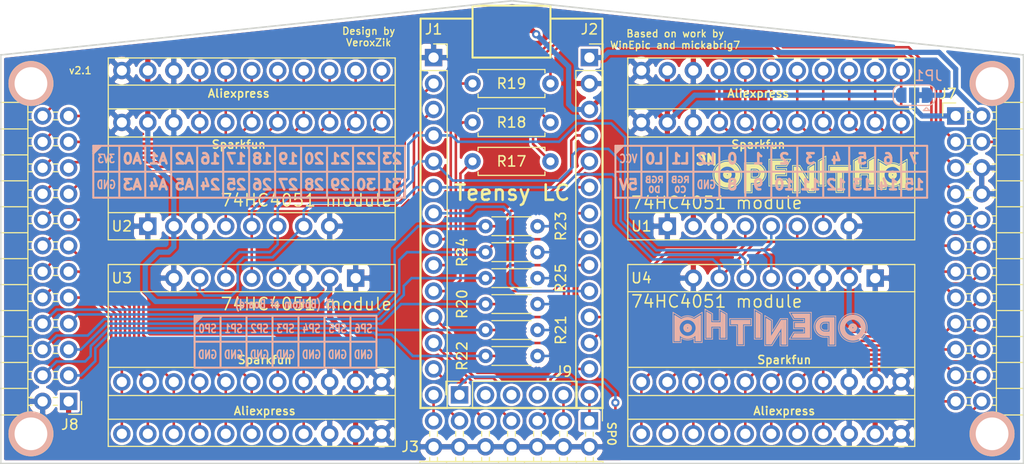
<source format=kicad_pcb>
(kicad_pcb (version 20171130) (host pcbnew 5.1.8)
  (layers (0 F.Cu signal hide) (31 B.Cu signal hide) (34 B.Paste user hide) (35 F.Paste user) (36 B.SilkS user hide) (37 F.SilkS user) (38 B.Mask user hide) (39 F.Mask user) (44 Edge.Cuts user))
  (net 0 "")
  (net 1 /AIR_5)
  (net 2 /AIR_4)
  (net 3 /AIR_3)
  (net 4 /AIR_2)
  (net 5 /AIR_1)
  (net 6 /AIR_0)
  (net 7 /LED_2)
  (net 8 /LED_1)
  (net 9 GND)
  (net 10 /LED_0)
  (net 11 +5V)
  (net 12 /MUX_0)
  (net 13 /MUX_1)
  (net 14 /MUX_2)
  (net 15 /KEY_7)
  (net 16 /KEY_6)
  (net 17 /KEY_5)
  (net 18 /KEY_4)
  (net 19 /KEY_3)
  (net 20 /KEY_2)
  (net 21 /KEY_1)
  (net 22 /KEY_0)
  (net 23 /KEY_8)
  (net 24 /KEY_9)
  (net 25 /KEY_10)
  (net 26 /KEY_11)
  (net 27 /KEY_12)
  (net 28 /KEY_13)
  (net 29 /KEY_14)
  (net 30 /KEY_15)
  (net 31 /RGB_DO)
  (net 32 /LED_2_OUT)
  (net 33 /LED_1_OUT)
  (net 34 /LED_0_OUT)
  (net 35 +3V3)
  (net 36 /TOUCH_1)
  (net 37 /TOUCH_0)
  (net 38 /RGB_DO_BUF)
  (net 39 "Net-(J9-Pad2)")
  (net 40 "Net-(J9-Pad3)")
  (net 41 "Net-(J9-Pad4)")
  (net 42 /TOUCH_2)
  (net 43 /TOUCH_3)
  (net 44 /KEY_23)
  (net 45 /KEY_22)
  (net 46 /KEY_21)
  (net 47 /KEY_20)
  (net 48 /KEY_19)
  (net 49 /KEY_18)
  (net 50 /KEY_17)
  (net 51 /KEY_16)
  (net 52 /KEY_31)
  (net 53 /KEY_30)
  (net 54 /KEY_29)
  (net 55 /KEY_28)
  (net 56 /KEY_27)
  (net 57 /KEY_26)
  (net 58 /KEY_25)
  (net 59 /KEY_24)
  (net 60 /SPARE_3)
  (net 61 /SPARE_2)
  (net 62 /SPARE_1)
  (net 63 /SPARE_0)
  (net 64 /SPARE_5)
  (net 65 /SPARE_4)
  (net 66 /SPARE_6)
  (net 67 VCC)
  (module Jumper:SolderJumper-3_P1.3mm_Bridged12_RoundedPad1.0x1.5mm (layer B.Cu) (at 194.31 51.943 180)
    (fp_text reference JP1 (at -1.397 1.905) (layer B.SilkS) (effects (justify mirror)))
    (fp_text value SolderJumper_3_Bridged12)
    (fp_poly (pts (xy -0.9 0.3) (xy -0.4 0.3) (xy -0.4 -0.3) (xy -0.9 -0.3)) (layer B.Cu) (width 0))
    (pad 1 smd custom (at -1.3 0 180) (size 1 0.5) (layers B.Cu B.Mask) (net 11 +5V) (options (clearance outline) (anchor rect)) (primitives (gr_circle (center 0 -0.25) (end 0.5 -0.25) (width 0)) (gr_circle (center 0 0.25) (end 0.5 0.25) (width 0)) (gr_poly (pts (xy 0.55 0.75) (xy 0 0.75) (xy 0 -0.75) (xy 0.55 -0.75)) (width 0))))
    (pad 2 smd rect (at 0 0 180) (size 1 1.5) (layers B.Cu B.Mask) (net 67 VCC))
    (pad 3 smd custom (at 1.3 0 180) (size 1 0.5) (layers B.Cu B.Mask) (net 35 +3V3) (options (clearance outline) (anchor rect)) (primitives (gr_circle (center 0 -0.25) (end 0.5 -0.25) (width 0)) (gr_circle (center 0 0.25) (end 0.5 0.25) (width 0)) (gr_poly (pts (xy -0.55 0.75) (xy 0 0.75) (xy 0 -0.75) (xy -0.55 -0.75)) (width 0))))
  )
  (module Connector_PinHeader_2.54mm:PinHeader_2x07_P2.54mm_Horizontal (layer F.Cu) (at 162.56 83.82 270)
    (fp_text reference J3 (at 2.54 17.526 180) (layer F.SilkS))
    (fp_text value Conn_02x07_Odd_Even)
    (pad 14 thru_hole oval (at 2.54 15.24 270) (size 1.7 1.7) (drill 1) (layers *.Cu *.Mask) (net 9 GND))
    (pad 13 thru_hole oval (at 0 15.24 270) (size 1.7 1.7) (drill 1) (layers *.Cu *.Mask) (net 66 /SPARE_6))
    (pad 12 thru_hole oval (at 2.54 12.7 270) (size 1.7 1.7) (drill 1) (layers *.Cu *.Mask) (net 9 GND))
    (pad 11 thru_hole oval (at 0 12.7 270) (size 1.7 1.7) (drill 1) (layers *.Cu *.Mask) (net 64 /SPARE_5))
    (pad 10 thru_hole oval (at 2.54 10.16 270) (size 1.7 1.7) (drill 1) (layers *.Cu *.Mask) (net 9 GND))
    (pad 9 thru_hole oval (at 0 10.16 270) (size 1.7 1.7) (drill 1) (layers *.Cu *.Mask) (net 65 /SPARE_4))
    (pad 8 thru_hole oval (at 2.54 7.62 270) (size 1.7 1.7) (drill 1) (layers *.Cu *.Mask) (net 9 GND))
    (pad 7 thru_hole oval (at 0 7.62 270) (size 1.7 1.7) (drill 1) (layers *.Cu *.Mask) (net 60 /SPARE_3))
    (pad 6 thru_hole oval (at 2.54 5.08 270) (size 1.7 1.7) (drill 1) (layers *.Cu *.Mask) (net 9 GND))
    (pad 5 thru_hole oval (at 0 5.08 270) (size 1.7 1.7) (drill 1) (layers *.Cu *.Mask) (net 61 /SPARE_2))
    (pad 4 thru_hole oval (at 2.54 2.54 270) (size 1.7 1.7) (drill 1) (layers *.Cu *.Mask) (net 9 GND))
    (pad 3 thru_hole oval (at 0 2.54 270) (size 1.7 1.7) (drill 1) (layers *.Cu *.Mask) (net 62 /SPARE_1))
    (pad 2 thru_hole oval (at 2.54 0 270) (size 1.7 1.7) (drill 1) (layers *.Cu *.Mask) (net 9 GND))
    (pad 1 thru_hole rect (at 0 0 270) (size 1.7 1.7) (drill 1) (layers *.Cu *.Mask) (net 63 /SPARE_0))
  )
  (module MountingHole:MountingHole_3.2mm_M3_ISO14580 (layer F.Cu) (at 201.93 50.8)
    (fp_text reference H4 hide)
    (fp_text value MountingHole)
    (pad 1 np_thru_hole circle (at 0 0) (size 3.2 3.2) (drill 3.2) (layers *.Cu *.Mask))
  )
  (module MountingHole:MountingHole_3.2mm_M3_ISO14580 (layer F.Cu) (at 201.93 85.09)
    (fp_text reference H3 hide)
    (fp_text value MountingHole)
    (pad 1 np_thru_hole circle (at 0 0) (size 3.2 3.2) (drill 3.2) (layers *.Cu *.Mask))
  )
  (module MountingHole:MountingHole_3.2mm_M3_ISO14580 (layer F.Cu) (at 107.95 50.8)
    (fp_text reference H2 hide)
    (fp_text value MountingHole)
    (pad 1 np_thru_hole circle (at 0 0) (size 3.2 3.2) (drill 3.2) (layers *.Cu *.Mask))
  )
  (module MountingHole:MountingHole_3.2mm_M3_ISO14580 (layer F.Cu) (at 107.95 85.09)
    (fp_text reference H1 hide)
    (fp_text value MountingHole)
    (pad 1 np_thru_hole circle (at 0 0) (size 3.2 3.2) (drill 3.2) (layers *.Cu *.Mask))
  )
  (module OpeNITHM:openithm-logo (layer B.Cu) (at 180.213 74.676 180)
    (fp_text reference LOGO2 hide)
    (fp_text value Logo hide)
  )
  (module OpeNITHM:openithm-logo (layer F.Cu) (at 184.15 59.69)
    (fp_text reference LOGO1 hide)
    (fp_text value Logo hide)
  )
  (module 74HC4051:74HC4051_Sparkfun_Aliexpress (layer F.Cu) (at 193.04 69.85 270)
    (fp_text reference U4 (at 0 25.4 180) (layer F.SilkS))
    (fp_text value 74HC4051)
    (fp_text user Aliexpress (at 13 11.43) (layer F.SilkS) (effects (font (size 0.8 0.8))))
    (fp_text user Sparkfun (at 8 11.43) (layer F.SilkS) (effects (font (size 0.8 0.8))))
    (fp_text user "74HC4051 module" (at 2.286 18.034) (layer F.SilkS) (effects (font (size 1.2 1.2))))
    (pad 17 thru_hole oval (at 15.24 5.08 270) (size 1.7 1.7) (drill 1) (layers *.Cu *.Mask) (net 9 GND))
    (pad 14 thru_hole oval (at 15.24 12.7 270) (size 1.7 1.7) (drill 1) (layers *.Cu *.Mask) (net 16 /KEY_6))
    (pad 16 thru_hole oval (at 15.24 7.62 270) (size 1.7 1.7) (drill 1) (layers *.Cu *.Mask) (net 15 /KEY_7))
    (pad 19 thru_hole circle (at 15.24 0 270) (size 1.7 1.7) (drill 1) (layers *.Cu *.Mask) (net 9 GND))
    (pad 12 thru_hole oval (at 15.24 17.78 270) (size 1.7 1.7) (drill 1) (layers *.Cu *.Mask) (net 17 /KEY_5))
    (pad 11 thru_hole oval (at 15.24 20.32 270) (size 1.7 1.7) (drill 1) (layers *.Cu *.Mask) (net 28 /KEY_13))
    (pad 13 thru_hole oval (at 15.24 15.24 270) (size 1.7 1.7) (drill 1) (layers *.Cu *.Mask) (net 29 /KEY_14))
    (pad 15 thru_hole oval (at 15.24 10.16 270) (size 1.7 1.7) (drill 1) (layers *.Cu *.Mask) (net 30 /KEY_15))
    (pad 10 thru_hole oval (at 15.24 22.86 270) (size 1.7 1.7) (drill 1) (layers *.Cu *.Mask) (net 18 /KEY_4))
    (pad 18 thru_hole oval (at 15.24 2.54 270) (size 1.7 1.7) (drill 1) (layers *.Cu *.Mask) (net 35 +3V3))
    (pad 9 thru_hole oval (at 15.24 25.4 270) (size 1.7 1.7) (drill 1) (layers *.Cu *.Mask) (net 27 /KEY_12))
    (pad 4 thru_hole oval (at 0 10.16 270) (size 1.7 1.7) (drill 1) (layers *.Cu *.Mask) (net 43 /TOUCH_3))
    (pad 3 thru_hole oval (at 0 7.62 270) (size 1.7 1.7) (drill 1) (layers *.Cu *.Mask) (net 9 GND))
    (pad 1 thru_hole rect (at 0 2.54 270) (size 1.7 1.7) (drill 1) (layers *.Cu *.Mask) (net 9 GND))
    (pad 7 thru_hole oval (at 0 17.78 270) (size 1.7 1.7) (drill 1) (layers *.Cu *.Mask) (net 14 /MUX_2))
    (pad 8 thru_hole oval (at 0 20.32 270) (size 1.7 1.7) (drill 1) (layers *.Cu *.Mask) (net 9 GND))
    (pad 2 thru_hole oval (at 0 5.08 270) (size 1.7 1.7) (drill 1) (layers *.Cu *.Mask) (net 35 +3V3))
    (pad 6 thru_hole oval (at 0 15.24 270) (size 1.7 1.7) (drill 1) (layers *.Cu *.Mask) (net 13 /MUX_1))
    (pad 5 thru_hole oval (at 0 12.7 270) (size 1.7 1.7) (drill 1) (layers *.Cu *.Mask) (net 12 /MUX_0))
    (pad 9 thru_hole oval (at 10.16 25.4 270) (size 1.7 1.7) (drill 1) (layers *.Cu *.Mask) (net 27 /KEY_12))
    (pad 10 thru_hole oval (at 10.16 22.86 270) (size 1.7 1.7) (drill 1) (layers *.Cu *.Mask) (net 18 /KEY_4))
    (pad 11 thru_hole oval (at 10.16 20.32 270) (size 1.7 1.7) (drill 1) (layers *.Cu *.Mask) (net 28 /KEY_13))
    (pad 12 thru_hole oval (at 10.16 17.78 270) (size 1.7 1.7) (drill 1) (layers *.Cu *.Mask) (net 17 /KEY_5))
    (pad 13 thru_hole oval (at 10.16 15.24 270) (size 1.7 1.7) (drill 1) (layers *.Cu *.Mask) (net 29 /KEY_14))
    (pad 14 thru_hole oval (at 10.16 12.7 270) (size 1.7 1.7) (drill 1) (layers *.Cu *.Mask) (net 16 /KEY_6))
    (pad 15 thru_hole oval (at 10.16 10.16 270) (size 1.7 1.7) (drill 1) (layers *.Cu *.Mask) (net 30 /KEY_15))
    (pad 16 thru_hole oval (at 10.16 7.62 270) (size 1.7 1.7) (drill 1) (layers *.Cu *.Mask) (net 15 /KEY_7))
    (pad 17 thru_hole oval (at 10.16 5.08 270) (size 1.7 1.7) (drill 1) (layers *.Cu *.Mask) (net 9 GND))
    (pad 18 thru_hole oval (at 10.16 2.54 270) (size 1.7 1.7) (drill 1) (layers *.Cu *.Mask) (net 35 +3V3))
    (pad 19 thru_hole circle (at 10.16 0 270) (size 1.7 1.7) (drill 1) (layers *.Cu *.Mask) (net 9 GND))
  )
  (module 74HC4051:74HC4051_Sparkfun_Aliexpress (layer F.Cu) (at 142.24 69.85 270)
    (fp_text reference U3 (at 0 25.4 180) (layer F.SilkS))
    (fp_text value 74HC4051)
    (fp_text user Aliexpress (at 13 11.43) (layer F.SilkS) (effects (font (size 0.8 0.8))))
    (fp_text user Sparkfun (at 8 11.43) (layer F.SilkS) (effects (font (size 0.8 0.8))))
    (fp_text user "74HC4051 module" (at 2.54 7.366) (layer F.SilkS) (effects (font (size 1.2 1.2))))
    (pad 17 thru_hole oval (at 15.24 5.08 270) (size 1.7 1.7) (drill 1) (layers *.Cu *.Mask) (net 9 GND))
    (pad 14 thru_hole oval (at 15.24 12.7 270) (size 1.7 1.7) (drill 1) (layers *.Cu *.Mask) (net 57 /KEY_26))
    (pad 16 thru_hole oval (at 15.24 7.62 270) (size 1.7 1.7) (drill 1) (layers *.Cu *.Mask) (net 56 /KEY_27))
    (pad 19 thru_hole circle (at 15.24 0 270) (size 1.7 1.7) (drill 1) (layers *.Cu *.Mask) (net 9 GND))
    (pad 12 thru_hole oval (at 15.24 17.78 270) (size 1.7 1.7) (drill 1) (layers *.Cu *.Mask) (net 58 /KEY_25))
    (pad 11 thru_hole oval (at 15.24 20.32 270) (size 1.7 1.7) (drill 1) (layers *.Cu *.Mask) (net 50 /KEY_17))
    (pad 13 thru_hole oval (at 15.24 15.24 270) (size 1.7 1.7) (drill 1) (layers *.Cu *.Mask) (net 49 /KEY_18))
    (pad 15 thru_hole oval (at 15.24 10.16 270) (size 1.7 1.7) (drill 1) (layers *.Cu *.Mask) (net 48 /KEY_19))
    (pad 10 thru_hole oval (at 15.24 22.86 270) (size 1.7 1.7) (drill 1) (layers *.Cu *.Mask) (net 59 /KEY_24))
    (pad 18 thru_hole oval (at 15.24 2.54 270) (size 1.7 1.7) (drill 1) (layers *.Cu *.Mask) (net 35 +3V3))
    (pad 9 thru_hole oval (at 15.24 25.4 270) (size 1.7 1.7) (drill 1) (layers *.Cu *.Mask) (net 51 /KEY_16))
    (pad 4 thru_hole oval (at 0 10.16 270) (size 1.7 1.7) (drill 1) (layers *.Cu *.Mask) (net 42 /TOUCH_2))
    (pad 3 thru_hole oval (at 0 7.62 270) (size 1.7 1.7) (drill 1) (layers *.Cu *.Mask) (net 9 GND))
    (pad 1 thru_hole rect (at 0 2.54 270) (size 1.7 1.7) (drill 1) (layers *.Cu *.Mask) (net 9 GND))
    (pad 7 thru_hole oval (at 0 17.78 270) (size 1.7 1.7) (drill 1) (layers *.Cu *.Mask) (net 14 /MUX_2))
    (pad 8 thru_hole oval (at 0 20.32 270) (size 1.7 1.7) (drill 1) (layers *.Cu *.Mask) (net 9 GND))
    (pad 2 thru_hole oval (at 0 5.08 270) (size 1.7 1.7) (drill 1) (layers *.Cu *.Mask) (net 35 +3V3))
    (pad 6 thru_hole oval (at 0 15.24 270) (size 1.7 1.7) (drill 1) (layers *.Cu *.Mask) (net 13 /MUX_1))
    (pad 5 thru_hole oval (at 0 12.7 270) (size 1.7 1.7) (drill 1) (layers *.Cu *.Mask) (net 12 /MUX_0))
    (pad 9 thru_hole oval (at 10.16 25.4 270) (size 1.7 1.7) (drill 1) (layers *.Cu *.Mask) (net 51 /KEY_16))
    (pad 10 thru_hole oval (at 10.16 22.86 270) (size 1.7 1.7) (drill 1) (layers *.Cu *.Mask) (net 59 /KEY_24))
    (pad 11 thru_hole oval (at 10.16 20.32 270) (size 1.7 1.7) (drill 1) (layers *.Cu *.Mask) (net 50 /KEY_17))
    (pad 12 thru_hole oval (at 10.16 17.78 270) (size 1.7 1.7) (drill 1) (layers *.Cu *.Mask) (net 58 /KEY_25))
    (pad 13 thru_hole oval (at 10.16 15.24 270) (size 1.7 1.7) (drill 1) (layers *.Cu *.Mask) (net 49 /KEY_18))
    (pad 14 thru_hole oval (at 10.16 12.7 270) (size 1.7 1.7) (drill 1) (layers *.Cu *.Mask) (net 57 /KEY_26))
    (pad 15 thru_hole oval (at 10.16 10.16 270) (size 1.7 1.7) (drill 1) (layers *.Cu *.Mask) (net 48 /KEY_19))
    (pad 16 thru_hole oval (at 10.16 7.62 270) (size 1.7 1.7) (drill 1) (layers *.Cu *.Mask) (net 56 /KEY_27))
    (pad 17 thru_hole oval (at 10.16 5.08 270) (size 1.7 1.7) (drill 1) (layers *.Cu *.Mask) (net 9 GND))
    (pad 18 thru_hole oval (at 10.16 2.54 270) (size 1.7 1.7) (drill 1) (layers *.Cu *.Mask) (net 35 +3V3))
    (pad 19 thru_hole circle (at 10.16 0 270) (size 1.7 1.7) (drill 1) (layers *.Cu *.Mask) (net 9 GND))
  )
  (module 74HC4051:74HC4051_Sparkfun_Aliexpress (layer F.Cu) (at 116.84 64.77 90)
    (fp_text reference U2 (at 0 0 180) (layer F.SilkS))
    (fp_text value 74HC4051)
    (fp_text user Aliexpress (at 13 11.43) (layer F.SilkS) (effects (font (size 0.8 0.8))))
    (fp_text user Sparkfun (at 8 11.43) (layer F.SilkS) (effects (font (size 0.8 0.8))))
    (fp_text user "74HC4051 module" (at 2.54 18.034) (layer F.SilkS) (effects (font (size 1.2 1.2))))
    (pad 17 thru_hole oval (at 15.24 5.08 90) (size 1.7 1.7) (drill 1) (layers *.Cu *.Mask) (net 9 GND))
    (pad 14 thru_hole oval (at 15.24 12.7 90) (size 1.7 1.7) (drill 1) (layers *.Cu *.Mask) (net 53 /KEY_30))
    (pad 16 thru_hole oval (at 15.24 7.62 90) (size 1.7 1.7) (drill 1) (layers *.Cu *.Mask) (net 52 /KEY_31))
    (pad 19 thru_hole circle (at 15.24 0 90) (size 1.7 1.7) (drill 1) (layers *.Cu *.Mask) (net 9 GND))
    (pad 12 thru_hole oval (at 15.24 17.78 90) (size 1.7 1.7) (drill 1) (layers *.Cu *.Mask) (net 54 /KEY_29))
    (pad 11 thru_hole oval (at 15.24 20.32 90) (size 1.7 1.7) (drill 1) (layers *.Cu *.Mask) (net 46 /KEY_21))
    (pad 13 thru_hole oval (at 15.24 15.24 90) (size 1.7 1.7) (drill 1) (layers *.Cu *.Mask) (net 45 /KEY_22))
    (pad 15 thru_hole oval (at 15.24 10.16 90) (size 1.7 1.7) (drill 1) (layers *.Cu *.Mask) (net 44 /KEY_23))
    (pad 10 thru_hole oval (at 15.24 22.86 90) (size 1.7 1.7) (drill 1) (layers *.Cu *.Mask) (net 55 /KEY_28))
    (pad 18 thru_hole oval (at 15.24 2.54 90) (size 1.7 1.7) (drill 1) (layers *.Cu *.Mask) (net 35 +3V3))
    (pad 9 thru_hole oval (at 15.24 25.4 90) (size 1.7 1.7) (drill 1) (layers *.Cu *.Mask) (net 47 /KEY_20))
    (pad 4 thru_hole oval (at 0 10.16 90) (size 1.7 1.7) (drill 1) (layers *.Cu *.Mask) (net 36 /TOUCH_1))
    (pad 3 thru_hole oval (at 0 7.62 90) (size 1.7 1.7) (drill 1) (layers *.Cu *.Mask) (net 9 GND))
    (pad 1 thru_hole rect (at 0 2.54 90) (size 1.7 1.7) (drill 1) (layers *.Cu *.Mask) (net 9 GND))
    (pad 7 thru_hole oval (at 0 17.78 90) (size 1.7 1.7) (drill 1) (layers *.Cu *.Mask) (net 14 /MUX_2))
    (pad 8 thru_hole oval (at 0 20.32 90) (size 1.7 1.7) (drill 1) (layers *.Cu *.Mask) (net 9 GND))
    (pad 2 thru_hole oval (at 0 5.08 90) (size 1.7 1.7) (drill 1) (layers *.Cu *.Mask) (net 35 +3V3))
    (pad 6 thru_hole oval (at 0 15.24 90) (size 1.7 1.7) (drill 1) (layers *.Cu *.Mask) (net 13 /MUX_1))
    (pad 5 thru_hole oval (at 0 12.7 90) (size 1.7 1.7) (drill 1) (layers *.Cu *.Mask) (net 12 /MUX_0))
    (pad 9 thru_hole oval (at 10.16 25.4 90) (size 1.7 1.7) (drill 1) (layers *.Cu *.Mask) (net 47 /KEY_20))
    (pad 10 thru_hole oval (at 10.16 22.86 90) (size 1.7 1.7) (drill 1) (layers *.Cu *.Mask) (net 55 /KEY_28))
    (pad 11 thru_hole oval (at 10.16 20.32 90) (size 1.7 1.7) (drill 1) (layers *.Cu *.Mask) (net 46 /KEY_21))
    (pad 12 thru_hole oval (at 10.16 17.78 90) (size 1.7 1.7) (drill 1) (layers *.Cu *.Mask) (net 54 /KEY_29))
    (pad 13 thru_hole oval (at 10.16 15.24 90) (size 1.7 1.7) (drill 1) (layers *.Cu *.Mask) (net 45 /KEY_22))
    (pad 14 thru_hole oval (at 10.16 12.7 90) (size 1.7 1.7) (drill 1) (layers *.Cu *.Mask) (net 53 /KEY_30))
    (pad 15 thru_hole oval (at 10.16 10.16 90) (size 1.7 1.7) (drill 1) (layers *.Cu *.Mask) (net 44 /KEY_23))
    (pad 16 thru_hole oval (at 10.16 7.62 90) (size 1.7 1.7) (drill 1) (layers *.Cu *.Mask) (net 52 /KEY_31))
    (pad 17 thru_hole oval (at 10.16 5.08 90) (size 1.7 1.7) (drill 1) (layers *.Cu *.Mask) (net 9 GND))
    (pad 18 thru_hole oval (at 10.16 2.54 90) (size 1.7 1.7) (drill 1) (layers *.Cu *.Mask) (net 35 +3V3))
    (pad 19 thru_hole circle (at 10.16 0 90) (size 1.7 1.7) (drill 1) (layers *.Cu *.Mask) (net 9 GND))
  )
  (module 74HC4051:74HC4051_Sparkfun_Aliexpress (layer F.Cu) (at 167.64 64.77 90)
    (fp_text reference U1 (at 0 0 180) (layer F.SilkS))
    (fp_text value 74HC4051)
    (fp_text user Aliexpress (at 13 11.43) (layer F.SilkS) (effects (font (size 0.8 0.8))))
    (fp_text user Sparkfun (at 8 11.43) (layer F.SilkS) (effects (font (size 0.8 0.8))))
    (fp_text user "74HC4051 module" (at 2.286 7.366) (layer F.SilkS) (effects (font (size 1.2 1.2))))
    (pad 17 thru_hole oval (at 15.24 5.08 90) (size 1.7 1.7) (drill 1) (layers *.Cu *.Mask) (net 9 GND))
    (pad 14 thru_hole oval (at 15.24 12.7 90) (size 1.7 1.7) (drill 1) (layers *.Cu *.Mask) (net 20 /KEY_2))
    (pad 16 thru_hole oval (at 15.24 7.62 90) (size 1.7 1.7) (drill 1) (layers *.Cu *.Mask) (net 19 /KEY_3))
    (pad 19 thru_hole circle (at 15.24 0 90) (size 1.7 1.7) (drill 1) (layers *.Cu *.Mask) (net 9 GND))
    (pad 12 thru_hole oval (at 15.24 17.78 90) (size 1.7 1.7) (drill 1) (layers *.Cu *.Mask) (net 21 /KEY_1))
    (pad 11 thru_hole oval (at 15.24 20.32 90) (size 1.7 1.7) (drill 1) (layers *.Cu *.Mask) (net 24 /KEY_9))
    (pad 13 thru_hole oval (at 15.24 15.24 90) (size 1.7 1.7) (drill 1) (layers *.Cu *.Mask) (net 25 /KEY_10))
    (pad 15 thru_hole oval (at 15.24 10.16 90) (size 1.7 1.7) (drill 1) (layers *.Cu *.Mask) (net 26 /KEY_11))
    (pad 10 thru_hole oval (at 15.24 22.86 90) (size 1.7 1.7) (drill 1) (layers *.Cu *.Mask) (net 22 /KEY_0))
    (pad 18 thru_hole oval (at 15.24 2.54 90) (size 1.7 1.7) (drill 1) (layers *.Cu *.Mask) (net 35 +3V3))
    (pad 9 thru_hole oval (at 15.24 25.4 90) (size 1.7 1.7) (drill 1) (layers *.Cu *.Mask) (net 23 /KEY_8))
    (pad 4 thru_hole oval (at 0 10.16 90) (size 1.7 1.7) (drill 1) (layers *.Cu *.Mask) (net 37 /TOUCH_0))
    (pad 3 thru_hole oval (at 0 7.62 90) (size 1.7 1.7) (drill 1) (layers *.Cu *.Mask) (net 9 GND))
    (pad 1 thru_hole rect (at 0 2.54 90) (size 1.7 1.7) (drill 1) (layers *.Cu *.Mask) (net 9 GND))
    (pad 7 thru_hole oval (at 0 17.78 90) (size 1.7 1.7) (drill 1) (layers *.Cu *.Mask) (net 14 /MUX_2))
    (pad 8 thru_hole oval (at 0 20.32 90) (size 1.7 1.7) (drill 1) (layers *.Cu *.Mask) (net 9 GND))
    (pad 2 thru_hole oval (at 0 5.08 90) (size 1.7 1.7) (drill 1) (layers *.Cu *.Mask) (net 35 +3V3))
    (pad 6 thru_hole oval (at 0 15.24 90) (size 1.7 1.7) (drill 1) (layers *.Cu *.Mask) (net 13 /MUX_1))
    (pad 5 thru_hole oval (at 0 12.7 90) (size 1.7 1.7) (drill 1) (layers *.Cu *.Mask) (net 12 /MUX_0))
    (pad 9 thru_hole oval (at 10.16 25.4 90) (size 1.7 1.7) (drill 1) (layers *.Cu *.Mask) (net 23 /KEY_8))
    (pad 10 thru_hole oval (at 10.16 22.86 90) (size 1.7 1.7) (drill 1) (layers *.Cu *.Mask) (net 22 /KEY_0))
    (pad 11 thru_hole oval (at 10.16 20.32 90) (size 1.7 1.7) (drill 1) (layers *.Cu *.Mask) (net 24 /KEY_9))
    (pad 12 thru_hole oval (at 10.16 17.78 90) (size 1.7 1.7) (drill 1) (layers *.Cu *.Mask) (net 21 /KEY_1))
    (pad 13 thru_hole oval (at 10.16 15.24 90) (size 1.7 1.7) (drill 1) (layers *.Cu *.Mask) (net 25 /KEY_10))
    (pad 14 thru_hole oval (at 10.16 12.7 90) (size 1.7 1.7) (drill 1) (layers *.Cu *.Mask) (net 20 /KEY_2))
    (pad 15 thru_hole oval (at 10.16 10.16 90) (size 1.7 1.7) (drill 1) (layers *.Cu *.Mask) (net 26 /KEY_11))
    (pad 16 thru_hole oval (at 10.16 7.62 90) (size 1.7 1.7) (drill 1) (layers *.Cu *.Mask) (net 19 /KEY_3))
    (pad 17 thru_hole oval (at 10.16 5.08 90) (size 1.7 1.7) (drill 1) (layers *.Cu *.Mask) (net 9 GND))
    (pad 18 thru_hole oval (at 10.16 2.54 90) (size 1.7 1.7) (drill 1) (layers *.Cu *.Mask) (net 35 +3V3))
    (pad 19 thru_hole circle (at 10.16 0 90) (size 1.7 1.7) (drill 1) (layers *.Cu *.Mask) (net 9 GND))
  )
  (module Connector_PinHeader_2.54mm:PinHeader_2x12_P2.54mm_Horizontal (layer F.Cu) (at 111.633 81.915 180)
    (fp_text reference J8 (at -0.127 -2.27) (layer F.SilkS))
    (fp_text value Conn_02x12_Odd_Even)
    (pad 24 thru_hole oval (at 2.54 27.94 180) (size 1.7 1.7) (drill 1) (layers *.Cu *.Mask) (net 52 /KEY_31))
    (pad 23 thru_hole oval (at 0 27.94 180) (size 1.7 1.7) (drill 1) (layers *.Cu *.Mask) (net 44 /KEY_23))
    (pad 22 thru_hole oval (at 2.54 25.4 180) (size 1.7 1.7) (drill 1) (layers *.Cu *.Mask) (net 53 /KEY_30))
    (pad 21 thru_hole oval (at 0 25.4 180) (size 1.7 1.7) (drill 1) (layers *.Cu *.Mask) (net 45 /KEY_22))
    (pad 20 thru_hole oval (at 2.54 22.86 180) (size 1.7 1.7) (drill 1) (layers *.Cu *.Mask) (net 54 /KEY_29))
    (pad 19 thru_hole oval (at 0 22.86 180) (size 1.7 1.7) (drill 1) (layers *.Cu *.Mask) (net 46 /KEY_21))
    (pad 18 thru_hole oval (at 2.54 20.32 180) (size 1.7 1.7) (drill 1) (layers *.Cu *.Mask) (net 55 /KEY_28))
    (pad 17 thru_hole oval (at 0 20.32 180) (size 1.7 1.7) (drill 1) (layers *.Cu *.Mask) (net 47 /KEY_20))
    (pad 16 thru_hole oval (at 2.54 17.78 180) (size 1.7 1.7) (drill 1) (layers *.Cu *.Mask) (net 56 /KEY_27))
    (pad 15 thru_hole oval (at 0 17.78 180) (size 1.7 1.7) (drill 1) (layers *.Cu *.Mask) (net 48 /KEY_19))
    (pad 14 thru_hole oval (at 2.54 15.24 180) (size 1.7 1.7) (drill 1) (layers *.Cu *.Mask) (net 57 /KEY_26))
    (pad 13 thru_hole oval (at 0 15.24 180) (size 1.7 1.7) (drill 1) (layers *.Cu *.Mask) (net 49 /KEY_18))
    (pad 12 thru_hole oval (at 2.54 12.7 180) (size 1.7 1.7) (drill 1) (layers *.Cu *.Mask) (net 58 /KEY_25))
    (pad 11 thru_hole oval (at 0 12.7 180) (size 1.7 1.7) (drill 1) (layers *.Cu *.Mask) (net 50 /KEY_17))
    (pad 10 thru_hole oval (at 2.54 10.16 180) (size 1.7 1.7) (drill 1) (layers *.Cu *.Mask) (net 59 /KEY_24))
    (pad 9 thru_hole oval (at 0 10.16 180) (size 1.7 1.7) (drill 1) (layers *.Cu *.Mask) (net 51 /KEY_16))
    (pad 8 thru_hole oval (at 2.54 7.62 180) (size 1.7 1.7) (drill 1) (layers *.Cu *.Mask) (net 1 /AIR_5))
    (pad 7 thru_hole oval (at 0 7.62 180) (size 1.7 1.7) (drill 1) (layers *.Cu *.Mask) (net 4 /AIR_2))
    (pad 6 thru_hole oval (at 2.54 5.08 180) (size 1.7 1.7) (drill 1) (layers *.Cu *.Mask) (net 2 /AIR_4))
    (pad 5 thru_hole oval (at 0 5.08 180) (size 1.7 1.7) (drill 1) (layers *.Cu *.Mask) (net 5 /AIR_1))
    (pad 4 thru_hole oval (at 2.54 2.54 180) (size 1.7 1.7) (drill 1) (layers *.Cu *.Mask) (net 3 /AIR_3))
    (pad 3 thru_hole oval (at 0 2.54 180) (size 1.7 1.7) (drill 1) (layers *.Cu *.Mask) (net 6 /AIR_0))
    (pad 2 thru_hole oval (at 2.54 0 180) (size 1.7 1.7) (drill 1) (layers *.Cu *.Mask) (net 9 GND))
    (pad 1 thru_hole rect (at 0 0 180) (size 1.7 1.7) (drill 1) (layers *.Cu *.Mask) (net 35 +3V3))
  )
  (module Connector_PinHeader_2.54mm:PinHeader_2x12_P2.54mm_Horizontal (layer F.Cu) (at 198.374 53.975)
    (fp_text reference J7 (at -0.762 -2.159) (layer F.SilkS))
    (fp_text value Conn_02x12_Odd_Even)
    (pad 24 thru_hole oval (at 2.54 27.94) (size 1.7 1.7) (drill 1) (layers *.Cu *.Mask) (net 15 /KEY_7))
    (pad 23 thru_hole oval (at 0 27.94) (size 1.7 1.7) (drill 1) (layers *.Cu *.Mask) (net 30 /KEY_15))
    (pad 22 thru_hole oval (at 2.54 25.4) (size 1.7 1.7) (drill 1) (layers *.Cu *.Mask) (net 16 /KEY_6))
    (pad 21 thru_hole oval (at 0 25.4) (size 1.7 1.7) (drill 1) (layers *.Cu *.Mask) (net 29 /KEY_14))
    (pad 20 thru_hole oval (at 2.54 22.86) (size 1.7 1.7) (drill 1) (layers *.Cu *.Mask) (net 17 /KEY_5))
    (pad 19 thru_hole oval (at 0 22.86) (size 1.7 1.7) (drill 1) (layers *.Cu *.Mask) (net 28 /KEY_13))
    (pad 18 thru_hole oval (at 2.54 20.32) (size 1.7 1.7) (drill 1) (layers *.Cu *.Mask) (net 18 /KEY_4))
    (pad 17 thru_hole oval (at 0 20.32) (size 1.7 1.7) (drill 1) (layers *.Cu *.Mask) (net 27 /KEY_12))
    (pad 16 thru_hole oval (at 2.54 17.78) (size 1.7 1.7) (drill 1) (layers *.Cu *.Mask) (net 19 /KEY_3))
    (pad 15 thru_hole oval (at 0 17.78) (size 1.7 1.7) (drill 1) (layers *.Cu *.Mask) (net 26 /KEY_11))
    (pad 14 thru_hole oval (at 2.54 15.24) (size 1.7 1.7) (drill 1) (layers *.Cu *.Mask) (net 20 /KEY_2))
    (pad 13 thru_hole oval (at 0 15.24) (size 1.7 1.7) (drill 1) (layers *.Cu *.Mask) (net 25 /KEY_10))
    (pad 12 thru_hole oval (at 2.54 12.7) (size 1.7 1.7) (drill 1) (layers *.Cu *.Mask) (net 21 /KEY_1))
    (pad 11 thru_hole oval (at 0 12.7) (size 1.7 1.7) (drill 1) (layers *.Cu *.Mask) (net 24 /KEY_9))
    (pad 10 thru_hole oval (at 2.54 10.16) (size 1.7 1.7) (drill 1) (layers *.Cu *.Mask) (net 22 /KEY_0))
    (pad 9 thru_hole oval (at 0 10.16) (size 1.7 1.7) (drill 1) (layers *.Cu *.Mask) (net 23 /KEY_8))
    (pad 8 thru_hole oval (at 2.54 7.62) (size 1.7 1.7) (drill 1) (layers *.Cu *.Mask) (net 9 GND))
    (pad 7 thru_hole oval (at 0 7.62) (size 1.7 1.7) (drill 1) (layers *.Cu *.Mask) (net 32 /LED_2_OUT))
    (pad 6 thru_hole oval (at 2.54 5.08) (size 1.7 1.7) (drill 1) (layers *.Cu *.Mask) (net 9 GND))
    (pad 5 thru_hole oval (at 0 5.08) (size 1.7 1.7) (drill 1) (layers *.Cu *.Mask) (net 33 /LED_1_OUT))
    (pad 4 thru_hole oval (at 2.54 2.54) (size 1.7 1.7) (drill 1) (layers *.Cu *.Mask) (net 38 /RGB_DO_BUF))
    (pad 3 thru_hole oval (at 0 2.54) (size 1.7 1.7) (drill 1) (layers *.Cu *.Mask) (net 34 /LED_0_OUT))
    (pad 2 thru_hole oval (at 2.54 0) (size 1.7 1.7) (drill 1) (layers *.Cu *.Mask) (net 11 +5V))
    (pad 1 thru_hole rect (at 0 0) (size 1.7 1.7) (drill 1) (layers *.Cu *.Mask) (net 67 VCC))
  )
  (module Resistor_THT:R_Axial_DIN0207_L6.3mm_D2.5mm_P7.62mm_Horizontal (layer F.Cu) (at 158.75 50.8 180)
    (fp_text reference R19 (at 3.81 0) (layer F.SilkS))
    (fp_text value 33)
    (pad 1 thru_hole circle (at 0 0 180) (size 1.6 1.6) (drill 0.8) (layers *.Cu *.Mask) (net 32 /LED_2_OUT))
    (pad 2 thru_hole oval (at 7.62 0 180) (size 1.6 1.6) (drill 0.8) (layers *.Cu *.Mask) (net 7 /LED_2))
  )
  (module Resistor_THT:R_Axial_DIN0207_L6.3mm_D2.5mm_P7.62mm_Horizontal (layer F.Cu) (at 158.75 54.61 180)
    (fp_text reference R18 (at 3.81 0) (layer F.SilkS))
    (fp_text value 33)
    (pad 2 thru_hole oval (at 7.62 0 180) (size 1.6 1.6) (drill 0.8) (layers *.Cu *.Mask) (net 8 /LED_1))
    (pad 1 thru_hole circle (at 0 0 180) (size 1.6 1.6) (drill 0.8) (layers *.Cu *.Mask) (net 33 /LED_1_OUT))
  )
  (module Resistor_THT:R_Axial_DIN0207_L6.3mm_D2.5mm_P7.62mm_Horizontal (layer F.Cu) (at 158.75 58.42 180)
    (fp_text reference R17 (at 3.81 0) (layer F.SilkS))
    (fp_text value 33)
    (pad 1 thru_hole circle (at 0 0 180) (size 1.6 1.6) (drill 0.8) (layers *.Cu *.Mask) (net 34 /LED_0_OUT))
    (pad 2 thru_hole oval (at 7.62 0 180) (size 1.6 1.6) (drill 0.8) (layers *.Cu *.Mask) (net 10 /LED_0))
  )
  (module Connector_PinSocket_2.54mm:PinSocket_1x05_P2.54mm_Vertical (layer F.Cu) (at 149.86 81.28 90)
    (fp_text reference J9 (at 2.286 10.16 180) (layer F.SilkS))
    (fp_text value Conn_01x05)
    (pad 1 thru_hole rect (at 0 0 90) (size 1.7 1.7) (drill 1) (layers *.Cu *.Mask) (net 38 /RGB_DO_BUF))
    (pad 2 thru_hole oval (at 0 2.54 90) (size 1.7 1.7) (drill 1) (layers *.Cu *.Mask) (net 39 "Net-(J9-Pad2)"))
    (pad 3 thru_hole oval (at 0 5.08 90) (size 1.7 1.7) (drill 1) (layers *.Cu *.Mask) (net 40 "Net-(J9-Pad3)"))
    (pad 4 thru_hole oval (at 0 7.62 90) (size 1.7 1.7) (drill 1) (layers *.Cu *.Mask) (net 41 "Net-(J9-Pad4)"))
    (pad 5 thru_hole oval (at 0 10.16 90) (size 1.7 1.7) (drill 1) (layers *.Cu *.Mask) (net 62 /SPARE_1))
  )
  (module Connector_PinSocket_2.54mm:PinSocket_1x14_P2.54mm_Vertical (layer F.Cu) (at 162.56 48.26)
    (fp_text reference J2 (at 0 -2.77) (layer F.SilkS))
    (fp_text value Conn_01x14)
    (pad 14 thru_hole oval (at 0 33.02) (size 1.7 1.7) (drill 1) (layers *.Cu *.Mask) (net 63 /SPARE_0))
    (pad 13 thru_hole oval (at 0 30.48) (size 1.7 1.7) (drill 1) (layers *.Cu *.Mask) (net 61 /SPARE_2))
    (pad 12 thru_hole oval (at 0 27.94) (size 1.7 1.7) (drill 1) (layers *.Cu *.Mask) (net 43 /TOUCH_3))
    (pad 11 thru_hole oval (at 0 25.4) (size 1.7 1.7) (drill 1) (layers *.Cu *.Mask) (net 37 /TOUCH_0))
    (pad 10 thru_hole oval (at 0 22.86) (size 1.7 1.7) (drill 1) (layers *.Cu *.Mask) (net 31 /RGB_DO))
    (pad 9 thru_hole oval (at 0 20.32) (size 1.7 1.7) (drill 1) (layers *.Cu *.Mask) (net 6 /AIR_0))
    (pad 8 thru_hole oval (at 0 17.78) (size 1.7 1.7) (drill 1) (layers *.Cu *.Mask) (net 3 /AIR_3))
    (pad 7 thru_hole oval (at 0 15.24) (size 1.7 1.7) (drill 1) (layers *.Cu *.Mask) (net 5 /AIR_1))
    (pad 6 thru_hole oval (at 0 12.7) (size 1.7 1.7) (drill 1) (layers *.Cu *.Mask) (net 2 /AIR_4))
    (pad 5 thru_hole oval (at 0 10.16) (size 1.7 1.7) (drill 1) (layers *.Cu *.Mask) (net 4 /AIR_2))
    (pad 4 thru_hole oval (at 0 7.62) (size 1.7 1.7) (drill 1) (layers *.Cu *.Mask) (net 1 /AIR_5))
    (pad 3 thru_hole oval (at 0 5.08) (size 1.7 1.7) (drill 1) (layers *.Cu *.Mask) (net 35 +3V3))
    (pad 2 thru_hole oval (at 0 2.54) (size 1.7 1.7) (drill 1) (layers *.Cu *.Mask) (net 9 GND))
    (pad 1 thru_hole rect (at 0 0) (size 1.7 1.7) (drill 1) (layers *.Cu *.Mask) (net 11 +5V))
  )
  (module Connector_PinSocket_2.54mm:PinSocket_1x14_P2.54mm_Vertical (layer F.Cu) (at 147.32 48.26)
    (fp_text reference J1 (at 0 -2.77) (layer F.SilkS))
    (fp_text value Conn_01x14)
    (pad 14 thru_hole oval (at 0 33.02) (size 1.7 1.7) (drill 1) (layers *.Cu *.Mask) (net 66 /SPARE_6))
    (pad 13 thru_hole oval (at 0 30.48) (size 1.7 1.7) (drill 1) (layers *.Cu *.Mask) (net 64 /SPARE_5))
    (pad 12 thru_hole oval (at 0 27.94) (size 1.7 1.7) (drill 1) (layers *.Cu *.Mask) (net 65 /SPARE_4))
    (pad 11 thru_hole oval (at 0 25.4) (size 1.7 1.7) (drill 1) (layers *.Cu *.Mask) (net 60 /SPARE_3))
    (pad 10 thru_hole oval (at 0 22.86) (size 1.7 1.7) (drill 1) (layers *.Cu *.Mask) (net 10 /LED_0))
    (pad 9 thru_hole oval (at 0 20.32) (size 1.7 1.7) (drill 1) (layers *.Cu *.Mask) (net 8 /LED_1))
    (pad 8 thru_hole oval (at 0 17.78) (size 1.7 1.7) (drill 1) (layers *.Cu *.Mask) (net 7 /LED_2))
    (pad 7 thru_hole oval (at 0 15.24) (size 1.7 1.7) (drill 1) (layers *.Cu *.Mask) (net 31 /RGB_DO))
    (pad 6 thru_hole oval (at 0 12.7) (size 1.7 1.7) (drill 1) (layers *.Cu *.Mask) (net 14 /MUX_2))
    (pad 5 thru_hole oval (at 0 10.16) (size 1.7 1.7) (drill 1) (layers *.Cu *.Mask) (net 13 /MUX_1))
    (pad 4 thru_hole oval (at 0 7.62) (size 1.7 1.7) (drill 1) (layers *.Cu *.Mask) (net 12 /MUX_0))
    (pad 3 thru_hole oval (at 0 5.08) (size 1.7 1.7) (drill 1) (layers *.Cu *.Mask) (net 42 /TOUCH_2))
    (pad 2 thru_hole oval (at 0 2.54) (size 1.7 1.7) (drill 1) (layers *.Cu *.Mask) (net 36 /TOUCH_1))
    (pad 1 thru_hole rect (at 0 0) (size 1.7 1.7) (drill 1) (layers *.Cu *.Mask) (net 9 GND))
  )
  (module Resistor_THT:R_Axial_DIN0204_L3.6mm_D1.6mm_P5.08mm_Horizontal (layer F.Cu) (at 152.4 77.47)
    (fp_text reference R22 (at -2.286 0 90) (layer F.SilkS))
    (fp_text value R_AIR)
    (pad 2 thru_hole oval (at 5.08 0) (size 1.4 1.4) (drill 0.7) (layers *.Cu *.Mask) (net 9 GND))
    (pad 1 thru_hole circle (at 0 0) (size 1.4 1.4) (drill 0.7) (layers *.Cu *.Mask) (net 6 /AIR_0))
  )
  (module Resistor_THT:R_Axial_DIN0204_L3.6mm_D1.6mm_P5.08mm_Horizontal (layer F.Cu) (at 152.4 72.39)
    (fp_text reference R20 (at -2.286 0 90) (layer F.SilkS))
    (fp_text value R_AIR)
    (pad 2 thru_hole oval (at 5.08 0) (size 1.4 1.4) (drill 0.7) (layers *.Cu *.Mask) (net 9 GND))
    (pad 1 thru_hole circle (at 0 0) (size 1.4 1.4) (drill 0.7) (layers *.Cu *.Mask) (net 5 /AIR_1))
  )
  (module Resistor_THT:R_Axial_DIN0204_L3.6mm_D1.6mm_P5.08mm_Horizontal (layer F.Cu) (at 152.4 67.31)
    (fp_text reference R24 (at -2.286 0 90) (layer F.SilkS))
    (fp_text value R_AIR)
    (pad 1 thru_hole circle (at 0 0) (size 1.4 1.4) (drill 0.7) (layers *.Cu *.Mask) (net 4 /AIR_2))
    (pad 2 thru_hole oval (at 5.08 0) (size 1.4 1.4) (drill 0.7) (layers *.Cu *.Mask) (net 9 GND))
  )
  (module Resistor_THT:R_Axial_DIN0204_L3.6mm_D1.6mm_P5.08mm_Horizontal (layer F.Cu) (at 152.4 74.93)
    (fp_text reference R21 (at 7.366 0 90) (layer F.SilkS))
    (fp_text value R_AIR)
    (pad 2 thru_hole oval (at 5.08 0) (size 1.4 1.4) (drill 0.7) (layers *.Cu *.Mask) (net 9 GND))
    (pad 1 thru_hole circle (at 0 0) (size 1.4 1.4) (drill 0.7) (layers *.Cu *.Mask) (net 3 /AIR_3))
  )
  (module Resistor_THT:R_Axial_DIN0204_L3.6mm_D1.6mm_P5.08mm_Horizontal (layer F.Cu) (at 152.4 69.85)
    (fp_text reference R25 (at 7.366 0 90) (layer F.SilkS))
    (fp_text value R_AIR)
    (pad 1 thru_hole circle (at 0 0) (size 1.4 1.4) (drill 0.7) (layers *.Cu *.Mask) (net 2 /AIR_4))
    (pad 2 thru_hole oval (at 5.08 0) (size 1.4 1.4) (drill 0.7) (layers *.Cu *.Mask) (net 9 GND))
  )
  (module Resistor_THT:R_Axial_DIN0204_L3.6mm_D1.6mm_P5.08mm_Horizontal (layer F.Cu) (at 152.4 64.77)
    (fp_text reference R23 (at 7.366 0 90) (layer F.SilkS))
    (fp_text value R_AIR)
    (pad 2 thru_hole oval (at 5.08 0) (size 1.4 1.4) (drill 0.7) (layers *.Cu *.Mask) (net 9 GND))
    (pad 1 thru_hole circle (at 0 0) (size 1.4 1.4) (drill 0.7) (layers *.Cu *.Mask) (net 1 /AIR_5))
  )
  (gr_text VCC (at 166.37 58.166) (layer B.SilkS) (effects (font (size 0.8 0.6)) (justify mirror)))
  (gr_text SP0 (at 164.719 85.09 270) (layer F.SilkS) (effects (font (size 0.8 0.8))))
  (gr_text "J3 (Bottom of Board)" (at 132.842 72.39) (layer B.SilkS) (effects (font (size 0.8 0.6)) (justify mirror)))
  (gr_text SP6 (at 140.462 74.803) (layer B.SilkS) (effects (font (size 0.8 0.6)) (justify mirror)))
  (gr_text GND (at 140.462 77.343) (layer B.SilkS) (effects (font (size 0.8 0.6)) (justify mirror)))
  (gr_text SP5 (at 137.922 74.803) (layer B.SilkS) (effects (font (size 0.8 0.6)) (justify mirror)))
  (gr_text GND (at 137.922 77.343) (layer B.SilkS) (effects (font (size 0.8 0.6)) (justify mirror)))
  (gr_text SP4 (at 135.382 74.803) (layer B.SilkS) (effects (font (size 0.8 0.6)) (justify mirror)))
  (gr_text GND (at 135.382 77.343) (layer B.SilkS) (effects (font (size 0.8 0.6)) (justify mirror)))
  (gr_text SP3 (at 132.842 74.803) (layer B.SilkS) (effects (font (size 0.8 0.6)) (justify mirror)))
  (gr_text GND (at 132.842 77.343) (layer B.SilkS) (effects (font (size 0.8 0.6)) (justify mirror)))
  (gr_text SP2 (at 130.302 74.803) (layer B.SilkS) (effects (font (size 0.8 0.6)) (justify mirror)))
  (gr_text GND (at 130.302 77.343) (layer B.SilkS) (effects (font (size 0.8 0.6)) (justify mirror)))
  (gr_text SP1 (at 127.762 74.803) (layer B.SilkS) (effects (font (size 0.8 0.6)) (justify mirror)))
  (gr_text GND (at 127.762 77.343) (layer B.SilkS) (effects (font (size 0.8 0.6)) (justify mirror)))
  (gr_text SP0 (at 125.222 74.803) (layer B.SilkS) (effects (font (size 0.8 0.6)) (justify mirror)))
  (gr_text GND (at 125.222 77.343) (layer B.SilkS) (effects (font (size 0.8 0.6)) (justify mirror)))
  (gr_line (start 136.652 78.613) (end 136.652 73.533) (layer B.SilkS) (width 0.2))
  (gr_line (start 123.952 74.295) (end 124.46 73.533) (layer B.SilkS) (width 0.2))
  (gr_line (start 131.572 73.533) (end 131.572 78.613) (layer B.SilkS) (width 0.2))
  (gr_line (start 126.492 73.533) (end 126.492 78.613) (layer B.SilkS) (width 0.2))
  (gr_line (start 124.714 73.533) (end 123.952 74.295) (layer B.SilkS) (width 0.2))
  (gr_line (start 129.032 78.613) (end 129.032 73.533) (layer B.SilkS) (width 0.2))
  (gr_line (start 123.952 74.041) (end 124.206 73.533) (layer B.SilkS) (width 0.2))
  (gr_line (start 123.952 78.613) (end 123.952 73.533) (layer B.SilkS) (width 0.2))
  (gr_line (start 141.732 78.613) (end 141.732 73.533) (layer B.SilkS) (width 0.2))
  (gr_line (start 141.732 76.073) (end 123.952 76.073) (layer B.SilkS) (width 0.2))
  (gr_line (start 134.112 78.613) (end 134.112 73.533) (layer B.SilkS) (width 0.2))
  (gr_line (start 139.192 78.613) (end 139.192 73.533) (layer B.SilkS) (width 0.2))
  (gr_line (start 124.46 73.533) (end 123.952 74.041) (layer B.SilkS) (width 0.2))
  (gr_line (start 141.732 73.533) (end 123.952 73.533) (layer B.SilkS) (width 0.2))
  (gr_line (start 141.732 78.613) (end 123.952 78.613) (layer B.SilkS) (width 0.2))
  (gr_text "RGB\nD0" (at 168.91 60.706) (layer B.SilkS) (effects (font (size 0.6 0.6)) (justify mirror)))
  (gr_text "RGB\nC0" (at 171.45 60.706) (layer B.SilkS) (effects (font (size 0.6 0.6)) (justify mirror)))
  (gr_text 10 (at 181.61 60.706) (layer B.SilkS) (effects (font (size 1 1) (thickness 0.25)) (justify mirror)))
  (gr_text 11 (at 184.15 60.706) (layer B.SilkS) (effects (font (size 1 1) (thickness 0.25)) (justify mirror)))
  (gr_text 8 (at 176.53 60.706) (layer B.SilkS) (effects (font (size 1 1) (thickness 0.25)) (justify mirror)))
  (gr_text 9 (at 179.07 60.706) (layer B.SilkS) (effects (font (size 1 1) (thickness 0.25)) (justify mirror)))
  (gr_text 14 (at 191.77 60.706) (layer B.SilkS) (effects (font (size 1 1) (thickness 0.25)) (justify mirror)))
  (gr_text 13 (at 189.23 60.706) (layer B.SilkS) (effects (font (size 1 1) (thickness 0.25)) (justify mirror)))
  (gr_text 12 (at 186.69 60.706) (layer B.SilkS) (effects (font (size 1 1) (thickness 0.25)) (justify mirror)))
  (gr_text 15 (at 194.31 60.706) (layer B.SilkS) (effects (font (size 1 1) (thickness 0.25)) (justify mirror)))
  (gr_text 5V (at 166.37 60.706) (layer B.SilkS) (effects (font (size 1 1) (thickness 0.25)) (justify mirror)))
  (gr_line (start 144.526 61.976) (end 144.526 56.896) (layer B.SilkS) (width 0.2))
  (gr_text 26 (at 130.556 60.706) (layer B.SilkS) (effects (font (size 1 1) (thickness 0.25)) (justify mirror)))
  (gr_text 29 (at 138.176 60.706) (layer B.SilkS) (effects (font (size 1 1) (thickness 0.25)) (justify mirror)))
  (gr_text 25 (at 128.016 60.706) (layer B.SilkS) (effects (font (size 1 1) (thickness 0.25)) (justify mirror)))
  (gr_text 27 (at 133.096 60.706) (layer B.SilkS) (effects (font (size 1 1) (thickness 0.25)) (justify mirror)))
  (gr_text 24 (at 125.476 60.706) (layer B.SilkS) (effects (font (size 1 1) (thickness 0.25)) (justify mirror)))
  (gr_text 28 (at 135.636 60.706) (layer B.SilkS) (effects (font (size 1 1) (thickness 0.25)) (justify mirror)))
  (gr_text 31 (at 143.256 60.706) (layer B.SilkS) (effects (font (size 1 1) (thickness 0.25)) (justify mirror)))
  (gr_text 30 (at 140.716 60.706) (layer B.SilkS) (effects (font (size 1 1) (thickness 0.25)) (justify mirror)))
  (gr_text 22 (at 140.716 58.166) (layer B.SilkS) (effects (font (size 1 1) (thickness 0.25)) (justify mirror)))
  (gr_text 23 (at 143.256 58.166) (layer B.SilkS) (effects (font (size 1 1) (thickness 0.25)) (justify mirror)))
  (gr_text 3V3 (at 115.316 58.166) (layer B.SilkS) (effects (font (size 0.8 0.6)) (justify mirror)))
  (gr_text GND (at 115.316 60.706) (layer B.SilkS) (effects (font (size 0.8 0.6)) (justify mirror)))
  (gr_line (start 144.526 61.976) (end 114.046 61.976) (layer B.SilkS) (width 0.2))
  (gr_line (start 195.58 61.976) (end 165.1 61.976) (layer B.SilkS) (width 0.2))
  (gr_text 16 (at 125.476 58.166) (layer B.SilkS) (effects (font (size 1 1) (thickness 0.25)) (justify mirror)))
  (gr_text A3 (at 117.856 60.706) (layer B.SilkS) (effects (font (size 1 1) (thickness 0.25)) (justify mirror)))
  (gr_text A0 (at 117.856 58.166) (layer B.SilkS) (effects (font (size 1 1) (thickness 0.25)) (justify mirror)))
  (gr_text A2 (at 122.936 58.166) (layer B.SilkS) (effects (font (size 1 1) (thickness 0.25)) (justify mirror)))
  (gr_text A1 (at 120.396 58.166) (layer B.SilkS) (effects (font (size 1 1) (thickness 0.25)) (justify mirror)))
  (gr_text A4 (at 120.396 60.706) (layer B.SilkS) (effects (font (size 1 1) (thickness 0.25)) (justify mirror)))
  (gr_text A5 (at 122.936 60.706) (layer B.SilkS) (effects (font (size 1 1) (thickness 0.25)) (justify mirror)))
  (gr_text 21 (at 138.176 58.166) (layer B.SilkS) (effects (font (size 1 1) (thickness 0.25)) (justify mirror)))
  (gr_text 19 (at 133.096 58.166) (layer B.SilkS) (effects (font (size 1 1) (thickness 0.25)) (justify mirror)))
  (gr_text 18 (at 130.556 58.166) (layer B.SilkS) (effects (font (size 1 1) (thickness 0.25)) (justify mirror)))
  (gr_text 17 (at 128.016 58.166) (layer B.SilkS) (effects (font (size 1 1) (thickness 0.25)) (justify mirror)))
  (gr_text 20 (at 135.636 58.166) (layer B.SilkS) (effects (font (size 1 1) (thickness 0.25)) (justify mirror)))
  (gr_line (start 144.526 59.436) (end 114.046 59.436) (layer B.SilkS) (width 0.2))
  (gr_line (start 126.746 61.976) (end 126.746 56.896) (layer B.SilkS) (width 0.2))
  (gr_line (start 134.366 61.976) (end 134.366 56.896) (layer B.SilkS) (width 0.2))
  (gr_line (start 121.666 56.896) (end 121.666 61.976) (layer B.SilkS) (width 0.2))
  (gr_line (start 129.286 61.976) (end 129.286 56.896) (layer B.SilkS) (width 0.2))
  (gr_line (start 114.046 61.976) (end 114.046 56.896) (layer B.SilkS) (width 0.2))
  (gr_line (start 144.526 56.896) (end 114.046 56.896) (layer B.SilkS) (width 0.2))
  (gr_line (start 124.206 61.976) (end 124.206 56.896) (layer B.SilkS) (width 0.2))
  (gr_line (start 131.826 61.976) (end 131.826 56.896) (layer B.SilkS) (width 0.2))
  (gr_line (start 114.046 57.404) (end 114.3 56.896) (layer B.SilkS) (width 0.2))
  (gr_line (start 114.046 57.658) (end 114.554 56.896) (layer B.SilkS) (width 0.2))
  (gr_line (start 114.808 56.896) (end 114.046 57.658) (layer B.SilkS) (width 0.2))
  (gr_line (start 119.126 61.976) (end 119.126 56.896) (layer B.SilkS) (width 0.2))
  (gr_line (start 114.554 56.896) (end 114.046 57.404) (layer B.SilkS) (width 0.2))
  (gr_line (start 116.586 56.896) (end 116.586 61.976) (layer B.SilkS) (width 0.2))
  (gr_line (start 141.986 61.976) (end 141.986 56.896) (layer B.SilkS) (width 0.2))
  (gr_line (start 136.906 61.976) (end 136.906 56.896) (layer B.SilkS) (width 0.2))
  (gr_line (start 139.446 61.976) (end 139.446 56.896) (layer B.SilkS) (width 0.2))
  (gr_text 4 (at 186.69 58.166) (layer B.SilkS) (effects (font (size 1 1) (thickness 0.25)) (justify mirror)))
  (gr_text 6 (at 191.77 58.166) (layer B.SilkS) (effects (font (size 1 1) (thickness 0.25)) (justify mirror)))
  (gr_text 7 (at 194.31 58.166) (layer B.SilkS) (effects (font (size 1 1) (thickness 0.25)) (justify mirror)))
  (gr_text 5 (at 189.23 58.166) (layer B.SilkS) (effects (font (size 1 1) (thickness 0.25)) (justify mirror)))
  (gr_line (start 187.96 61.976) (end 187.96 56.896) (layer B.SilkS) (width 0.2))
  (gr_line (start 195.58 61.976) (end 195.58 56.896) (layer B.SilkS) (width 0.2))
  (gr_line (start 190.5 61.976) (end 190.5 56.896) (layer B.SilkS) (width 0.2))
  (gr_line (start 193.04 61.976) (end 193.04 56.896) (layer B.SilkS) (width 0.2))
  (gr_text v2.1 (at 112.776 49.53) (layer F.SilkS) (effects (font (size 0.7 0.7) (thickness 0.125))))
  (gr_text GND (at 173.99 60.706) (layer B.SilkS) (effects (font (size 0.8 0.6)) (justify mirror)))
  (gr_text L0 (at 168.91 58.166) (layer B.SilkS) (effects (font (size 1 1) (thickness 0.25)) (justify mirror)))
  (gr_text 3 (at 184.15 58.166) (layer B.SilkS) (effects (font (size 1 1) (thickness 0.25)) (justify mirror)))
  (gr_text 1 (at 179.07 58.166) (layer B.SilkS) (effects (font (size 1 1) (thickness 0.25)) (justify mirror)))
  (gr_text NC (at 173.99 58.166 180) (layer F.SilkS) (effects (font (size 1 1) (thickness 0.25))))
  (gr_text 0 (at 176.53 58.166) (layer B.SilkS) (effects (font (size 1 1) (thickness 0.25)) (justify mirror)))
  (gr_text L2 (at 173.99 58.166) (layer B.SilkS) (effects (font (size 1 1) (thickness 0.25)) (justify mirror)))
  (gr_text L1 (at 171.45 58.166) (layer B.SilkS) (effects (font (size 1 1) (thickness 0.25)) (justify mirror)))
  (gr_text 2 (at 181.61 58.166) (layer B.SilkS) (effects (font (size 1 1) (thickness 0.25)) (justify mirror)))
  (gr_line (start 195.58 56.896) (end 165.1 56.896) (layer B.SilkS) (width 0.2))
  (gr_line (start 185.42 61.976) (end 185.42 56.896) (layer B.SilkS) (width 0.2))
  (gr_line (start 165.1 61.976) (end 165.1 56.896) (layer B.SilkS) (width 0.2))
  (gr_line (start 180.34 61.976) (end 180.34 56.896) (layer B.SilkS) (width 0.2))
  (gr_line (start 177.8 61.976) (end 177.8 56.896) (layer B.SilkS) (width 0.2))
  (gr_line (start 195.58 59.436) (end 165.1 59.436) (layer B.SilkS) (width 0.2))
  (gr_line (start 172.72 56.896) (end 172.72 61.976) (layer B.SilkS) (width 0.2))
  (gr_line (start 167.64 56.896) (end 167.64 61.976) (layer B.SilkS) (width 0.2))
  (gr_line (start 175.26 61.976) (end 175.26 56.896) (layer B.SilkS) (width 0.2))
  (gr_line (start 170.18 61.976) (end 170.18 56.896) (layer B.SilkS) (width 0.2))
  (gr_line (start 182.88 61.976) (end 182.88 56.896) (layer B.SilkS) (width 0.2))
  (gr_line (start 165.1 57.404) (end 165.354 56.896) (layer B.SilkS) (width 0.2))
  (gr_line (start 165.1 57.658) (end 165.608 56.896) (layer B.SilkS) (width 0.2))
  (gr_line (start 165.862 56.896) (end 165.1 57.658) (layer B.SilkS) (width 0.2))
  (gr_line (start 165.608 56.896) (end 165.1 57.404) (layer B.SilkS) (width 0.2))
  (gr_text "Based on work by\nWinEpic and mickabrig7" (at 170.942 46.482) (layer F.SilkS) (effects (font (size 0.7 0.7) (thickness 0.125))))
  (gr_circle (center 201.93 50.8) (end 203.63 50.8) (layer B.SilkS) (width 1))
  (gr_circle (center 201.93 85.09) (end 203.63 85.09) (layer B.SilkS) (width 1))
  (gr_circle (center 107.95 85.09) (end 109.65 85.09) (layer B.SilkS) (width 1))
  (gr_circle (center 107.95 50.8) (end 109.65 50.8) (layer B.SilkS) (width 1))
  (gr_text "Design by\nVeroxZik" (at 140.97 46.228) (layer F.SilkS) (effects (font (size 0.7 0.7) (thickness 0.125))))
  (gr_circle (center 107.95 50.8) (end 109.65 50.8) (layer F.SilkS) (width 1))
  (gr_circle (center 107.95 85.09) (end 109.65 85.09) (layer F.SilkS) (width 1))
  (gr_circle (center 201.93 85.09) (end 203.63 85.09) (layer F.SilkS) (width 1))
  (gr_circle (center 201.93 50.8) (end 203.63 50.8) (layer F.SilkS) (width 1))
  (gr_line (start 158.75 44.45) (end 163.83 44.45) (layer F.SilkS) (width 0.2))
  (gr_line (start 146.05 44.45) (end 151.13 44.45) (layer F.SilkS) (width 0.2))
  (gr_line (start 158.75 48.26) (end 158.75 43.18) (layer F.SilkS) (width 0.2))
  (gr_line (start 151.13 48.26) (end 158.75 48.26) (layer F.SilkS) (width 0.2))
  (gr_line (start 151.13 43.18) (end 151.13 48.26) (layer F.SilkS) (width 0.2))
  (gr_line (start 151.13 43.18) (end 158.75 43.18) (layer F.SilkS) (width 0.2))
  (gr_line (start 146.05 44.45) (end 146.05 82.55) (layer F.SilkS) (width 0.2))
  (gr_line (start 163.83 82.55) (end 163.83 44.45) (layer F.SilkS) (width 0.2))
  (gr_line (start 146.05 82.55) (end 163.83 82.55) (layer F.SilkS) (width 0.2))
  (gr_text "Teensy LC" (at 155 61.5) (layer F.SilkS) (effects (font (size 1.5 1.5) (thickness 0.25))))
  (gr_line (start 155 42.7) (end 205 48) (layer Edge.Cuts) (width 0.15))
  (gr_line (start 155 42.7) (end 105 48) (layer Edge.Cuts) (width 0.15))
  (gr_line (start 105 48) (end 105 88) (layer Edge.Cuts) (width 0.15))
  (gr_line (start 205 88) (end 205 48) (layer Edge.Cuts) (width 0.15))
  (gr_line (start 105 88) (end 205 88) (layer Edge.Cuts) (width 0.15))
  (segment (start 153.389949 64.77) (end 152.4 64.77) (width 0.25) (layer F.Cu) (net 1))
  (segment (start 154.913949 63.246) (end 153.389949 64.77) (width 0.25) (layer F.Cu) (net 1))
  (segment (start 162.56 55.88) (end 161.29 55.88) (width 0.25) (layer F.Cu) (net 1))
  (segment (start 160.782 56.388) (end 160.782 59.436) (width 0.25) (layer F.Cu) (net 1))
  (segment (start 160.782 59.436) (end 156.972 63.246) (width 0.25) (layer F.Cu) (net 1))
  (segment (start 156.972 63.246) (end 154.913949 63.246) (width 0.25) (layer F.Cu) (net 1))
  (segment (start 161.29 55.88) (end 160.782 56.388) (width 0.25) (layer F.Cu) (net 1))
  (segment (start 152.4 64.77) (end 145.796 64.77) (width 0.25) (layer B.Cu) (net 1))
  (segment (start 145.796 64.77) (end 143.51 67.056) (width 0.25) (layer B.Cu) (net 1))
  (segment (start 143.51 67.056) (end 143.51 71.12) (width 0.25) (layer B.Cu) (net 1))
  (segment (start 110.457999 72.930001) (end 109.942999 73.445001) (width 0.25) (layer B.Cu) (net 1))
  (segment (start 109.942999 73.445001) (end 109.093 74.295) (width 0.25) (layer B.Cu) (net 1))
  (segment (start 141.699999 72.930001) (end 110.457999 72.930001) (width 0.25) (layer B.Cu) (net 1))
  (segment (start 143.51 71.12) (end 141.699999 72.930001) (width 0.25) (layer B.Cu) (net 1))
  (segment (start 153.389949 69.85) (end 154.659949 68.58) (width 0.25) (layer F.Cu) (net 2))
  (segment (start 152.4 69.85) (end 153.389949 69.85) (width 0.25) (layer F.Cu) (net 2))
  (segment (start 159.17797 68.15203) (end 159.17797 62.56403) (width 0.25) (layer F.Cu) (net 2))
  (segment (start 154.659949 68.58) (end 158.75 68.58) (width 0.25) (layer F.Cu) (net 2))
  (segment (start 158.75 68.58) (end 159.17797 68.15203) (width 0.25) (layer F.Cu) (net 2))
  (segment (start 160.782 60.96) (end 162.56 60.96) (width 0.25) (layer F.Cu) (net 2))
  (segment (start 159.17797 62.56403) (end 160.782 60.96) (width 0.25) (layer F.Cu) (net 2))
  (segment (start 115.11999 73.85601) (end 113.505999 75.470001) (width 0.25) (layer B.Cu) (net 2))
  (segment (start 152.4 69.85) (end 145.172019 69.85) (width 0.25) (layer B.Cu) (net 2))
  (segment (start 144.410018 71.492802) (end 142.04681 73.85601) (width 0.25) (layer B.Cu) (net 2))
  (segment (start 144.410019 70.612) (end 144.410018 71.492802) (width 0.25) (layer B.Cu) (net 2))
  (segment (start 145.172019 69.85) (end 144.410019 70.612) (width 0.25) (layer B.Cu) (net 2))
  (segment (start 142.04681 73.85601) (end 115.11999 73.85601) (width 0.25) (layer B.Cu) (net 2))
  (segment (start 110.457999 75.470001) (end 109.093 76.835) (width 0.25) (layer B.Cu) (net 2))
  (segment (start 113.505999 75.470001) (end 110.457999 75.470001) (width 0.25) (layer B.Cu) (net 2))
  (segment (start 153.389949 74.93) (end 154.659949 73.66) (width 0.25) (layer F.Cu) (net 3))
  (segment (start 152.4 74.93) (end 153.389949 74.93) (width 0.25) (layer F.Cu) (net 3))
  (segment (start 159.258 73.66) (end 160.07799 72.84001) (width 0.25) (layer F.Cu) (net 3))
  (segment (start 154.659949 73.66) (end 159.258 73.66) (width 0.25) (layer F.Cu) (net 3))
  (segment (start 160.07799 72.84001) (end 160.07799 66.99801) (width 0.25) (layer F.Cu) (net 3))
  (segment (start 161.036 66.04) (end 162.56 66.04) (width 0.25) (layer F.Cu) (net 3))
  (segment (start 160.07799 66.99801) (end 161.036 66.04) (width 0.25) (layer F.Cu) (net 3))
  (segment (start 110.457999 78.010001) (end 109.942999 78.525001) (width 0.25) (layer B.Cu) (net 3))
  (segment (start 113.792 77.47) (end 113.251999 78.010001) (width 0.25) (layer B.Cu) (net 3))
  (segment (start 109.942999 78.525001) (end 109.093 79.375) (width 0.25) (layer B.Cu) (net 3))
  (segment (start 152.4 74.93) (end 141.986 74.93) (width 0.25) (layer B.Cu) (net 3))
  (segment (start 113.251999 78.010001) (end 110.457999 78.010001) (width 0.25) (layer B.Cu) (net 3))
  (segment (start 141.81203 74.75603) (end 115.550461 74.75603) (width 0.25) (layer B.Cu) (net 3))
  (segment (start 141.986 74.93) (end 141.81203 74.75603) (width 0.25) (layer B.Cu) (net 3))
  (segment (start 115.550461 74.75603) (end 113.792 76.514491) (width 0.25) (layer B.Cu) (net 3))
  (segment (start 113.792 76.514491) (end 113.792 77.47) (width 0.25) (layer B.Cu) (net 3))
  (segment (start 153.67 66.04) (end 152.4 67.31) (width 0.25) (layer F.Cu) (net 4))
  (segment (start 158.496 66.04) (end 153.67 66.04) (width 0.25) (layer F.Cu) (net 4))
  (segment (start 162.56 58.42) (end 158.727961 62.252039) (width 0.25) (layer F.Cu) (net 4))
  (segment (start 158.72796 65.80804) (end 158.496 66.04) (width 0.25) (layer F.Cu) (net 4))
  (segment (start 158.727961 62.252039) (end 158.72796 65.80804) (width 0.25) (layer F.Cu) (net 4))
  (segment (start 152.4 67.31) (end 144.72201 67.31) (width 0.25) (layer B.Cu) (net 4))
  (segment (start 143.960009 71.306401) (end 141.86041 73.406) (width 0.25) (layer B.Cu) (net 4))
  (segment (start 144.72201 67.31) (end 143.96001 68.072) (width 0.25) (layer B.Cu) (net 4))
  (segment (start 143.96001 68.072) (end 143.960009 71.306401) (width 0.25) (layer B.Cu) (net 4))
  (segment (start 112.522 73.406) (end 111.633 74.295) (width 0.25) (layer B.Cu) (net 4))
  (segment (start 141.86041 73.406) (end 112.522 73.406) (width 0.25) (layer B.Cu) (net 4))
  (segment (start 153.389949 72.39) (end 154.659949 71.12) (width 0.25) (layer F.Cu) (net 5))
  (segment (start 152.4 72.39) (end 153.389949 72.39) (width 0.25) (layer F.Cu) (net 5))
  (segment (start 159.004 71.12) (end 159.62798 70.49602) (width 0.25) (layer F.Cu) (net 5))
  (segment (start 154.659949 71.12) (end 159.004 71.12) (width 0.25) (layer F.Cu) (net 5))
  (segment (start 159.62798 70.49602) (end 159.62798 64.65402) (width 0.25) (layer F.Cu) (net 5))
  (segment (start 160.782 63.5) (end 162.56 63.5) (width 0.25) (layer F.Cu) (net 5))
  (segment (start 159.62798 64.65402) (end 160.782 63.5) (width 0.25) (layer F.Cu) (net 5))
  (segment (start 152.4 72.39) (end 144.14923 72.39) (width 0.25) (layer B.Cu) (net 5))
  (segment (start 144.14923 72.39) (end 142.23321 74.30602) (width 0.25) (layer B.Cu) (net 5))
  (segment (start 142.23321 74.30602) (end 115.316 74.30602) (width 0.25) (layer B.Cu) (net 5))
  (segment (start 112.835081 76.835) (end 111.633 76.835) (width 0.25) (layer B.Cu) (net 5))
  (segment (start 115.316 74.354081) (end 112.835081 76.835) (width 0.25) (layer B.Cu) (net 5))
  (segment (start 115.316 74.30602) (end 115.316 74.354081) (width 0.25) (layer B.Cu) (net 5))
  (segment (start 153.389949 77.47) (end 154.659949 76.2) (width 0.25) (layer F.Cu) (net 6))
  (segment (start 152.4 77.47) (end 153.389949 77.47) (width 0.25) (layer F.Cu) (net 6))
  (segment (start 154.659949 76.2) (end 159.512 76.2) (width 0.25) (layer F.Cu) (net 6))
  (segment (start 159.512 76.2) (end 160.528 75.184) (width 0.25) (layer F.Cu) (net 6))
  (segment (start 160.528 75.184) (end 160.528 69.088) (width 0.25) (layer F.Cu) (net 6))
  (segment (start 161.036 68.58) (end 162.56 68.58) (width 0.25) (layer F.Cu) (net 6))
  (segment (start 160.528 69.088) (end 161.036 68.58) (width 0.25) (layer F.Cu) (net 6))
  (segment (start 152.4 77.47) (end 145.288 77.47) (width 0.25) (layer B.Cu) (net 6))
  (segment (start 141.67401 75.38001) (end 141.50004 75.20604) (width 0.25) (layer B.Cu) (net 6))
  (segment (start 145.288 77.47) (end 143.19801 75.38001) (width 0.25) (layer B.Cu) (net 6))
  (segment (start 143.19801 75.38001) (end 141.67401 75.38001) (width 0.25) (layer B.Cu) (net 6))
  (segment (start 141.50004 75.20604) (end 115.736861 75.20604) (width 0.25) (layer B.Cu) (net 6))
  (segment (start 115.736861 75.20604) (end 114.24201 76.700891) (width 0.25) (layer B.Cu) (net 6))
  (segment (start 112.835081 79.375) (end 111.633 79.375) (width 0.25) (layer B.Cu) (net 6))
  (segment (start 114.242009 77.968072) (end 112.835081 79.375) (width 0.25) (layer B.Cu) (net 6))
  (segment (start 114.24201 76.700891) (end 114.242009 77.968072) (width 0.25) (layer B.Cu) (net 6))
  (segment (start 149 51.75) (end 149 65.4) (width 0.25) (layer F.Cu) (net 7))
  (segment (start 151.13 50.8) (end 149.95 50.8) (width 0.25) (layer F.Cu) (net 7))
  (segment (start 148.36 66.04) (end 147.32 66.04) (width 0.25) (layer F.Cu) (net 7))
  (segment (start 149 65.4) (end 148.36 66.04) (width 0.25) (layer F.Cu) (net 7))
  (segment (start 149.95 50.8) (end 149 51.75) (width 0.25) (layer F.Cu) (net 7))
  (segment (start 148.82 68.58) (end 147.32 68.58) (width 0.25) (layer F.Cu) (net 8))
  (segment (start 149.5 67.9) (end 148.82 68.58) (width 0.25) (layer F.Cu) (net 8))
  (segment (start 149.5 55.25) (end 149.5 67.9) (width 0.25) (layer F.Cu) (net 8))
  (segment (start 151.13 54.61) (end 150.14 54.61) (width 0.25) (layer F.Cu) (net 8))
  (segment (start 150.14 54.61) (end 149.5 55.25) (width 0.25) (layer F.Cu) (net 8))
  (segment (start 157.48 77.47) (end 160.02 77.47) (width 0.25) (layer B.Cu) (net 9))
  (segment (start 157.48 74.93) (end 160.02 74.93) (width 0.25) (layer B.Cu) (net 9))
  (segment (start 157.48 72.39) (end 160.02 72.39) (width 0.25) (layer B.Cu) (net 9))
  (segment (start 157.48 69.85) (end 160.02 69.85) (width 0.25) (layer B.Cu) (net 9))
  (segment (start 157.48 67.31) (end 160.02 67.31) (width 0.25) (layer B.Cu) (net 9))
  (segment (start 157.48 64.77) (end 160.02 64.77) (width 0.25) (layer B.Cu) (net 9))
  (segment (start 148.88 71.12) (end 147.32 71.12) (width 0.25) (layer F.Cu) (net 10))
  (segment (start 151.13 58.42) (end 149.95001 59.59999) (width 0.25) (layer F.Cu) (net 10))
  (segment (start 149.95001 70.04999) (end 148.88 71.12) (width 0.25) (layer F.Cu) (net 10))
  (segment (start 149.95001 59.59999) (end 149.95001 70.04999) (width 0.25) (layer F.Cu) (net 10))
  (segment (start 163.918 48.26) (end 164.428 47.75) (width 0.508) (layer B.Cu) (net 11))
  (segment (start 162.56 48.26) (end 163.918 48.26) (width 0.508) (layer B.Cu) (net 11))
  (segment (start 164.428 47.75) (end 196.75 47.75) (width 0.508) (layer B.Cu) (net 11))
  (segment (start 198.374 49.374) (end 196.75 47.75) (width 0.508) (layer B.Cu) (net 11))
  (segment (start 200.914 53.975) (end 198.374 51.435) (width 0.508) (layer B.Cu) (net 11))
  (segment (start 198.374 51.435) (end 198.374 49.374) (width 0.508) (layer B.Cu) (net 11))
  (segment (start 197.866 51.943) (end 198.374 51.435) (width 0.508) (layer B.Cu) (net 11))
  (segment (start 195.61 51.943) (end 197.866 51.943) (width 0.508) (layer B.Cu) (net 11))
  (segment (start 180.34 67.818) (end 180.34 69.85) (width 0.25) (layer B.Cu) (net 12))
  (segment (start 169.0964 67.11399) (end 179.63599 67.11399) (width 0.25) (layer B.Cu) (net 12))
  (segment (start 164.686999 54.704999) (end 166.05801 56.07601) (width 0.25) (layer B.Cu) (net 12))
  (segment (start 166.05801 56.07601) (end 166.05801 64.0756) (width 0.25) (layer B.Cu) (net 12))
  (segment (start 179.63599 67.11399) (end 180.34 67.818) (width 0.25) (layer B.Cu) (net 12))
  (segment (start 166.05801 64.0756) (end 169.0964 67.11399) (width 0.25) (layer B.Cu) (net 12))
  (segment (start 161.384999 54.704999) (end 164.686999 54.704999) (width 0.25) (layer B.Cu) (net 12))
  (segment (start 180.34 66.40998) (end 180.34 64.77) (width 0.25) (layer B.Cu) (net 12))
  (segment (start 179.63599 67.11399) (end 180.34 66.40998) (width 0.25) (layer B.Cu) (net 12))
  (segment (start 129.54 64.77) (end 129.54 69.85) (width 0.25) (layer F.Cu) (net 12))
  (segment (start 145.72 55.88) (end 147.32 55.88) (width 0.25) (layer B.Cu) (net 12))
  (segment (start 129.54 63.246) (end 131.318 61.468) (width 0.25) (layer B.Cu) (net 12))
  (segment (start 144.84999 60.1136) (end 144.84999 56.75001) (width 0.25) (layer B.Cu) (net 12))
  (segment (start 144.84999 56.75001) (end 145.72 55.88) (width 0.25) (layer B.Cu) (net 12))
  (segment (start 129.54 64.77) (end 129.54 63.246) (width 0.25) (layer B.Cu) (net 12))
  (segment (start 131.318 61.468) (end 143.49559 61.468) (width 0.25) (layer B.Cu) (net 12))
  (segment (start 143.49559 61.468) (end 144.84999 60.1136) (width 0.25) (layer B.Cu) (net 12))
  (segment (start 147.32 55.88) (end 149.08 55.88) (width 0.25) (layer B.Cu) (net 12))
  (segment (start 149.08 55.88) (end 149.7 56.5) (width 0.25) (layer B.Cu) (net 12))
  (segment (start 159.589998 56.5) (end 161.384999 54.704999) (width 0.25) (layer B.Cu) (net 12))
  (segment (start 149.7 56.5) (end 159.589998 56.5) (width 0.25) (layer B.Cu) (net 12))
  (segment (start 177.8 68.647919) (end 179.391919 67.056) (width 0.25) (layer F.Cu) (net 13))
  (segment (start 177.8 69.85) (end 177.8 68.647919) (width 0.25) (layer F.Cu) (net 13))
  (segment (start 179.391919 67.056) (end 182.118 67.056) (width 0.25) (layer F.Cu) (net 13))
  (segment (start 182.88 66.294) (end 182.88 64.77) (width 0.25) (layer F.Cu) (net 13))
  (segment (start 182.118 67.056) (end 182.88 66.294) (width 0.25) (layer F.Cu) (net 13))
  (segment (start 127 68.647919) (end 128.337919 67.31) (width 0.25) (layer B.Cu) (net 13))
  (segment (start 127 69.85) (end 127 68.647919) (width 0.25) (layer B.Cu) (net 13))
  (segment (start 128.337919 67.31) (end 131.318 67.31) (width 0.25) (layer B.Cu) (net 13))
  (segment (start 132.08 66.548) (end 132.08 64.77) (width 0.25) (layer B.Cu) (net 13))
  (segment (start 131.318 67.31) (end 132.08 66.548) (width 0.25) (layer B.Cu) (net 13))
  (segment (start 132.08 64.77) (end 132.08 62.992) (width 0.25) (layer B.Cu) (net 13))
  (segment (start 143.624 61.976) (end 145.3 60.3) (width 0.25) (layer B.Cu) (net 13))
  (segment (start 132.08 62.992) (end 133.096 61.976) (width 0.25) (layer B.Cu) (net 13))
  (segment (start 133.096 61.976) (end 143.624 61.976) (width 0.25) (layer B.Cu) (net 13))
  (segment (start 145.88 58.42) (end 147.32 58.42) (width 0.25) (layer B.Cu) (net 13))
  (segment (start 145.3 59) (end 145.88 58.42) (width 0.25) (layer B.Cu) (net 13))
  (segment (start 145.3 60.3) (end 145.3 59) (width 0.25) (layer B.Cu) (net 13))
  (segment (start 177.8 68.072) (end 177.8 69.85) (width 0.25) (layer B.Cu) (net 13))
  (segment (start 160.9 57.8) (end 161.5 57.2) (width 0.25) (layer B.Cu) (net 13))
  (segment (start 160.9 59) (end 160.9 57.8) (width 0.25) (layer B.Cu) (net 13))
  (segment (start 147.32 58.42) (end 149.2 60.3) (width 0.25) (layer B.Cu) (net 13))
  (segment (start 159.6 60.3) (end 160.9 59) (width 0.25) (layer B.Cu) (net 13))
  (segment (start 164.4 57.2) (end 165.608 58.408) (width 0.25) (layer B.Cu) (net 13))
  (segment (start 165.608 58.408) (end 165.608 64.262) (width 0.25) (layer B.Cu) (net 13))
  (segment (start 149.2 60.3) (end 159.6 60.3) (width 0.25) (layer B.Cu) (net 13))
  (segment (start 161.5 57.2) (end 164.4 57.2) (width 0.25) (layer B.Cu) (net 13))
  (segment (start 165.608 64.262) (end 168.91 67.564) (width 0.25) (layer B.Cu) (net 13))
  (segment (start 168.91 67.564) (end 177.292 67.564) (width 0.25) (layer B.Cu) (net 13))
  (segment (start 177.292 67.564) (end 177.8 68.072) (width 0.25) (layer B.Cu) (net 13))
  (segment (start 175.26 68.647919) (end 175.26 69.85) (width 0.25) (layer B.Cu) (net 14))
  (segment (start 174.626091 68.01401) (end 175.26 68.647919) (width 0.25) (layer B.Cu) (net 14))
  (segment (start 168.7236 68.01401) (end 174.626091 68.01401) (width 0.25) (layer B.Cu) (net 14))
  (segment (start 165.15799 60.00199) (end 165.157991 64.448401) (width 0.25) (layer B.Cu) (net 14))
  (segment (start 161.29 59.69) (end 164.846 59.69) (width 0.25) (layer B.Cu) (net 14))
  (segment (start 164.846 59.69) (end 165.15799 60.00199) (width 0.25) (layer B.Cu) (net 14))
  (segment (start 165.157991 64.448401) (end 168.7236 68.01401) (width 0.25) (layer B.Cu) (net 14))
  (segment (start 175.26 69.85) (end 178.816 66.294) (width 0.25) (layer F.Cu) (net 14))
  (segment (start 178.816 66.294) (end 181.102 66.294) (width 0.25) (layer F.Cu) (net 14))
  (segment (start 181.704999 65.691001) (end 181.704999 63.659001) (width 0.25) (layer F.Cu) (net 14))
  (segment (start 181.102 66.294) (end 181.704999 65.691001) (width 0.25) (layer F.Cu) (net 14))
  (segment (start 181.704999 63.659001) (end 182.372 62.992) (width 0.25) (layer F.Cu) (net 14))
  (segment (start 182.372 62.992) (end 185.166 62.992) (width 0.25) (layer F.Cu) (net 14))
  (segment (start 185.42 63.246) (end 185.42 64.77) (width 0.25) (layer F.Cu) (net 14))
  (segment (start 185.166 62.992) (end 185.42 63.246) (width 0.25) (layer F.Cu) (net 14))
  (segment (start 134.62 64.77) (end 131.572 67.818) (width 0.25) (layer B.Cu) (net 14))
  (segment (start 131.572 67.818) (end 128.778 67.818) (width 0.25) (layer B.Cu) (net 14))
  (segment (start 128.175001 70.960999) (end 127.57901 71.55699) (width 0.25) (layer B.Cu) (net 14))
  (segment (start 128.778 67.818) (end 128.175001 68.420999) (width 0.25) (layer B.Cu) (net 14))
  (segment (start 128.175001 68.420999) (end 128.175001 70.960999) (width 0.25) (layer B.Cu) (net 14))
  (segment (start 127.57901 71.55699) (end 124.89699 71.55699) (width 0.25) (layer B.Cu) (net 14))
  (segment (start 124.46 71.12) (end 124.46 69.85) (width 0.25) (layer B.Cu) (net 14))
  (segment (start 124.89699 71.55699) (end 124.46 71.12) (width 0.25) (layer B.Cu) (net 14))
  (segment (start 144.116 62.484) (end 145.64 60.96) (width 0.25) (layer B.Cu) (net 14))
  (segment (start 135.382 62.484) (end 144.116 62.484) (width 0.25) (layer B.Cu) (net 14))
  (segment (start 134.62 64.77) (end 134.62 63.246) (width 0.25) (layer B.Cu) (net 14))
  (segment (start 145.64 60.96) (end 147.32 60.96) (width 0.25) (layer B.Cu) (net 14))
  (segment (start 134.62 63.246) (end 135.382 62.484) (width 0.25) (layer B.Cu) (net 14))
  (segment (start 160.02 60.96) (end 161.29 59.69) (width 0.25) (layer B.Cu) (net 14))
  (segment (start 147.32 60.96) (end 160.02 60.96) (width 0.25) (layer B.Cu) (net 14))
  (segment (start 185.42 81.212081) (end 185.42 85.09) (width 0.25) (layer F.Cu) (net 15))
  (segment (start 185.42 80.01) (end 185.42 81.212081) (width 0.25) (layer F.Cu) (net 15))
  (segment (start 185.42 78.807919) (end 185.977919 78.25) (width 0.25) (layer F.Cu) (net 15))
  (segment (start 185.42 80.01) (end 185.42 78.807919) (width 0.25) (layer F.Cu) (net 15))
  (segment (start 185.977919 78.25) (end 194.5 78.25) (width 0.25) (layer F.Cu) (net 15))
  (segment (start 194.5 78.25) (end 195.25 79) (width 0.25) (layer F.Cu) (net 15))
  (segment (start 195.25 79) (end 195.25 83) (width 0.25) (layer F.Cu) (net 15))
  (segment (start 195.25 83) (end 196 83.75) (width 0.25) (layer F.Cu) (net 15))
  (segment (start 199.079 83.75) (end 200.914 81.915) (width 0.25) (layer F.Cu) (net 15))
  (segment (start 196 83.75) (end 199.079 83.75) (width 0.25) (layer F.Cu) (net 15))
  (segment (start 180.34 81.212081) (end 180.34 85.09) (width 0.25) (layer F.Cu) (net 16))
  (segment (start 180.34 80.01) (end 180.34 81.212081) (width 0.25) (layer F.Cu) (net 16))
  (segment (start 199.549001 80.739999) (end 200.914 79.375) (width 0.25) (layer F.Cu) (net 16))
  (segment (start 180.34 80.01) (end 183.000018 77.349982) (width 0.25) (layer F.Cu) (net 16))
  (segment (start 194.872802 77.349982) (end 196.15002 78.6272) (width 0.25) (layer F.Cu) (net 16))
  (segment (start 183.000018 77.349982) (end 194.872802 77.349982) (width 0.25) (layer F.Cu) (net 16))
  (segment (start 196.15002 78.6272) (end 196.15002 80.15002) (width 0.25) (layer F.Cu) (net 16))
  (segment (start 196.739999 80.739999) (end 199.549001 80.739999) (width 0.25) (layer F.Cu) (net 16))
  (segment (start 196.15002 80.15002) (end 196.739999 80.739999) (width 0.25) (layer F.Cu) (net 16))
  (segment (start 175.26 81.212081) (end 175.26 85.09) (width 0.25) (layer F.Cu) (net 17))
  (segment (start 175.26 80.01) (end 175.26 81.212081) (width 0.25) (layer F.Cu) (net 17))
  (segment (start 178.820037 76.449963) (end 195.449963 76.449963) (width 0.25) (layer F.Cu) (net 17))
  (segment (start 175.26 80.01) (end 178.820037 76.449963) (width 0.25) (layer F.Cu) (net 17))
  (segment (start 197.010001 78.010001) (end 199.239999 78.010001) (width 0.25) (layer F.Cu) (net 17))
  (segment (start 195.449963 76.449963) (end 197.010001 78.010001) (width 0.25) (layer F.Cu) (net 17))
  (segment (start 199.239999 78.010001) (end 199.25 78) (width 0.25) (layer F.Cu) (net 17))
  (segment (start 199.749 78) (end 200.914 76.835) (width 0.25) (layer F.Cu) (net 17))
  (segment (start 199.25 78) (end 199.749 78) (width 0.25) (layer F.Cu) (net 17))
  (segment (start 170.18 81.212081) (end 170.18 85.09) (width 0.25) (layer F.Cu) (net 18))
  (segment (start 170.18 80.01) (end 170.18 81.212081) (width 0.25) (layer F.Cu) (net 18))
  (segment (start 170.18 80.01) (end 174.640056 75.549944) (width 0.25) (layer F.Cu) (net 18))
  (segment (start 199.659056 75.549944) (end 200.914 74.295) (width 0.25) (layer F.Cu) (net 18))
  (segment (start 174.640056 75.549944) (end 199.659056 75.549944) (width 0.25) (layer F.Cu) (net 18))
  (segment (start 175.26 50.732081) (end 175.26 54.61) (width 0.25) (layer F.Cu) (net 19))
  (segment (start 175.26 49.53) (end 175.26 50.732081) (width 0.25) (layer F.Cu) (net 19))
  (segment (start 175.26 54.61) (end 179.05002 58.40002) (width 0.25) (layer F.Cu) (net 19))
  (segment (start 179.05002 58.40002) (end 188.18415 58.40002) (width 0.25) (layer F.Cu) (net 19))
  (segment (start 194.049943 64.265813) (end 194.049943 70.049943) (width 0.25) (layer F.Cu) (net 19))
  (segment (start 188.18415 58.40002) (end 194.049943 64.265813) (width 0.25) (layer F.Cu) (net 19))
  (segment (start 194.049943 70.049943) (end 197 73) (width 0.25) (layer F.Cu) (net 19))
  (segment (start 199.669 73) (end 200.914 71.755) (width 0.25) (layer F.Cu) (net 19))
  (segment (start 197 73) (end 199.669 73) (width 0.25) (layer F.Cu) (net 19))
  (segment (start 180.34 50.732081) (end 180.34 54.61) (width 0.25) (layer F.Cu) (net 20))
  (segment (start 180.34 49.53) (end 180.34 50.732081) (width 0.25) (layer F.Cu) (net 20))
  (segment (start 180.34 54.61) (end 183.23 57.5) (width 0.25) (layer F.Cu) (net 20))
  (segment (start 183.23 57.5) (end 188.55695 57.5) (width 0.25) (layer F.Cu) (net 20))
  (segment (start 188.55695 57.5) (end 194.949963 63.893013) (width 0.25) (layer F.Cu) (net 20))
  (segment (start 194.949963 67.629454) (end 197.71051 70.390001) (width 0.25) (layer F.Cu) (net 20))
  (segment (start 194.949963 63.893013) (end 194.949963 67.629454) (width 0.25) (layer F.Cu) (net 20))
  (segment (start 199.738999 70.390001) (end 200.914 69.215) (width 0.25) (layer F.Cu) (net 20))
  (segment (start 197.71051 70.390001) (end 199.738999 70.390001) (width 0.25) (layer F.Cu) (net 20))
  (segment (start 185.42 50.732081) (end 185.42 54.61) (width 0.25) (layer F.Cu) (net 21))
  (segment (start 185.42 49.53) (end 185.42 50.732081) (width 0.25) (layer F.Cu) (net 21))
  (segment (start 185.42 54.61) (end 187.395115 56.585115) (width 0.25) (layer F.Cu) (net 21))
  (segment (start 187.395115 56.585115) (end 188.914885 56.585115) (width 0.25) (layer F.Cu) (net 21))
  (segment (start 195.849981 63.520211) (end 195.849981 66.599981) (width 0.25) (layer F.Cu) (net 21))
  (segment (start 188.914885 56.585115) (end 195.849981 63.520211) (width 0.25) (layer F.Cu) (net 21))
  (segment (start 195.849981 66.599981) (end 197.25 68) (width 0.25) (layer F.Cu) (net 21))
  (segment (start 199.589 68) (end 200.914 66.675) (width 0.25) (layer F.Cu) (net 21))
  (segment (start 197.25 68) (end 199.589 68) (width 0.25) (layer F.Cu) (net 21))
  (segment (start 190.5 53.407919) (end 190.5 49.53) (width 0.25) (layer F.Cu) (net 22))
  (segment (start 190.5 54.61) (end 190.5 53.407919) (width 0.25) (layer F.Cu) (net 22))
  (segment (start 190.5 54.61) (end 192.58999 56.69999) (width 0.25) (layer F.Cu) (net 22))
  (segment (start 192.58999 56.69999) (end 192.589991 58.987401) (width 0.25) (layer F.Cu) (net 22))
  (segment (start 192.589991 58.987401) (end 196.75 63.14741) (width 0.25) (layer F.Cu) (net 22))
  (segment (start 196.75 63.14741) (end 196.75 64.75) (width 0.25) (layer F.Cu) (net 22))
  (segment (start 196.75 64.75) (end 197.5 65.5) (width 0.25) (layer F.Cu) (net 22))
  (segment (start 199.549 65.5) (end 200.914 64.135) (width 0.25) (layer F.Cu) (net 22))
  (segment (start 197.5 65.5) (end 199.549 65.5) (width 0.25) (layer F.Cu) (net 22))
  (segment (start 193.04 50.732081) (end 193.04 54.61) (width 0.25) (layer F.Cu) (net 23))
  (segment (start 193.04 49.53) (end 193.04 50.732081) (width 0.25) (layer F.Cu) (net 23))
  (segment (start 193.04 58.801) (end 193.04 54.61) (width 0.25) (layer F.Cu) (net 23))
  (segment (start 198.374 64.135) (end 193.04 58.801) (width 0.25) (layer F.Cu) (net 23))
  (segment (start 187.96 50.732081) (end 187.96 54.61) (width 0.25) (layer F.Cu) (net 24))
  (segment (start 187.96 49.53) (end 187.96 50.732081) (width 0.25) (layer F.Cu) (net 24))
  (segment (start 188.809999 55.459999) (end 188.809999 55.843819) (width 0.25) (layer F.Cu) (net 24))
  (segment (start 187.96 54.61) (end 188.809999 55.459999) (width 0.25) (layer F.Cu) (net 24))
  (segment (start 196.299991 65.803072) (end 197.171919 66.675) (width 0.25) (layer F.Cu) (net 24))
  (segment (start 197.171919 66.675) (end 198.374 66.675) (width 0.25) (layer F.Cu) (net 24))
  (segment (start 188.809999 55.843819) (end 196.299991 63.333811) (width 0.25) (layer F.Cu) (net 24))
  (segment (start 196.299991 63.333811) (end 196.299991 65.803072) (width 0.25) (layer F.Cu) (net 24))
  (segment (start 182.88 50.732081) (end 182.88 54.61) (width 0.25) (layer F.Cu) (net 25))
  (segment (start 182.88 49.53) (end 182.88 50.732081) (width 0.25) (layer F.Cu) (net 25))
  (segment (start 182.88 54.61) (end 185.305125 57.035125) (width 0.25) (layer F.Cu) (net 25))
  (segment (start 185.305125 57.035125) (end 188.728485 57.035125) (width 0.25) (layer F.Cu) (net 25))
  (segment (start 188.728485 57.035125) (end 195.399971 63.706611) (width 0.25) (layer F.Cu) (net 25))
  (segment (start 195.399972 67.443053) (end 197.171919 69.215) (width 0.25) (layer F.Cu) (net 25))
  (segment (start 197.171919 69.215) (end 198.374 69.215) (width 0.25) (layer F.Cu) (net 25))
  (segment (start 195.399971 63.706611) (end 195.399972 67.443053) (width 0.25) (layer F.Cu) (net 25))
  (segment (start 177.8 54.61) (end 177.8 49.53) (width 0.25) (layer F.Cu) (net 26))
  (segment (start 177.8 54.61) (end 181.14001 57.95001) (width 0.25) (layer F.Cu) (net 26))
  (segment (start 181.14001 57.95001) (end 188.37055 57.95001) (width 0.25) (layer F.Cu) (net 26))
  (segment (start 194.499953 67.880953) (end 197.524001 70.905001) (width 0.25) (layer F.Cu) (net 26))
  (segment (start 197.524001 70.905001) (end 198.374 71.755) (width 0.25) (layer F.Cu) (net 26))
  (segment (start 194.499953 64.079413) (end 194.499953 67.880953) (width 0.25) (layer F.Cu) (net 26))
  (segment (start 188.37055 57.95001) (end 194.499953 64.079413) (width 0.25) (layer F.Cu) (net 26))
  (segment (start 167.64 83.887919) (end 167.64 80.01) (width 0.25) (layer F.Cu) (net 27))
  (segment (start 167.64 85.09) (end 167.64 83.887919) (width 0.25) (layer F.Cu) (net 27))
  (segment (start 172.550066 75.099934) (end 167.64 80.01) (width 0.25) (layer F.Cu) (net 27))
  (segment (start 197.400066 75.099934) (end 172.550066 75.099934) (width 0.25) (layer F.Cu) (net 27))
  (segment (start 198.205 74.295) (end 197.400066 75.099934) (width 0.25) (layer F.Cu) (net 27))
  (segment (start 198.374 74.295) (end 198.205 74.295) (width 0.25) (layer F.Cu) (net 27))
  (segment (start 172.72 83.887919) (end 172.72 80.01) (width 0.25) (layer F.Cu) (net 28))
  (segment (start 172.72 85.09) (end 172.72 83.887919) (width 0.25) (layer F.Cu) (net 28))
  (segment (start 172.72 80.01) (end 176.730047 75.999953) (width 0.25) (layer F.Cu) (net 28))
  (segment (start 176.730047 75.999953) (end 195.636364 75.999954) (width 0.25) (layer F.Cu) (net 28))
  (segment (start 196.47141 76.835) (end 198.374 76.835) (width 0.25) (layer F.Cu) (net 28))
  (segment (start 195.636364 75.999954) (end 196.47141 76.835) (width 0.25) (layer F.Cu) (net 28))
  (segment (start 177.8 81.212081) (end 177.8 85.09) (width 0.25) (layer F.Cu) (net 29))
  (segment (start 177.8 80.01) (end 177.8 81.212081) (width 0.25) (layer F.Cu) (net 29))
  (segment (start 196.888591 78.525001) (end 197.524001 78.525001) (width 0.25) (layer F.Cu) (net 29))
  (segment (start 195.263563 76.899973) (end 196.888591 78.525001) (width 0.25) (layer F.Cu) (net 29))
  (segment (start 180.910027 76.899973) (end 195.263563 76.899973) (width 0.25) (layer F.Cu) (net 29))
  (segment (start 197.524001 78.525001) (end 198.374 79.375) (width 0.25) (layer F.Cu) (net 29))
  (segment (start 177.8 80.01) (end 180.910027 76.899973) (width 0.25) (layer F.Cu) (net 29))
  (segment (start 182.88 85.09) (end 182.88 80.01) (width 0.25) (layer F.Cu) (net 30))
  (segment (start 182.88 80.01) (end 185.09001 77.79999) (width 0.25) (layer F.Cu) (net 30))
  (segment (start 194.686401 77.799991) (end 195.70001 78.8136) (width 0.25) (layer F.Cu) (net 30))
  (segment (start 185.09001 77.79999) (end 194.686401 77.799991) (width 0.25) (layer F.Cu) (net 30))
  (segment (start 195.70001 78.8136) (end 195.70001 80.95001) (width 0.25) (layer F.Cu) (net 30))
  (segment (start 196.665 81.915) (end 198.374 81.915) (width 0.25) (layer F.Cu) (net 30))
  (segment (start 195.70001 80.95001) (end 196.665 81.915) (width 0.25) (layer F.Cu) (net 30))
  (segment (start 147.32 63.5) (end 150.876 63.5) (width 0.25) (layer B.Cu) (net 31))
  (segment (start 150.876 63.5) (end 151.511 62.865) (width 0.25) (layer B.Cu) (net 31))
  (segment (start 151.511 62.865) (end 154.178 62.865) (width 0.25) (layer B.Cu) (net 31))
  (segment (start 154.178 62.865) (end 154.813 63.5) (width 0.25) (layer B.Cu) (net 31))
  (segment (start 154.813 63.5) (end 154.813 70.358) (width 0.25) (layer B.Cu) (net 31))
  (segment (start 155.575 71.12) (end 162.56 71.12) (width 0.25) (layer B.Cu) (net 31))
  (segment (start 154.813 70.358) (end 155.575 71.12) (width 0.25) (layer B.Cu) (net 31))
  (segment (start 193.627199 48.400019) (end 193.377199 48.150019) (width 0.25) (layer F.Cu) (net 32))
  (segment (start 158.75 48) (end 158.75 50.8) (width 0.25) (layer F.Cu) (net 32))
  (segment (start 164.75 46.5) (end 160.25 46.5) (width 0.25) (layer F.Cu) (net 32))
  (segment (start 193.377199 48.150019) (end 181.127198 48.150018) (width 0.25) (layer F.Cu) (net 32))
  (segment (start 180.377199 47.400019) (end 165.650019 47.400019) (width 0.25) (layer F.Cu) (net 32))
  (segment (start 181.127198 48.150018) (end 180.377199 47.400019) (width 0.25) (layer F.Cu) (net 32))
  (segment (start 165.650019 47.400019) (end 164.75 46.5) (width 0.25) (layer F.Cu) (net 32))
  (segment (start 160.25 46.5) (end 158.75 48) (width 0.25) (layer F.Cu) (net 32))
  (segment (start 193.627199 48.400019) (end 193.650019 48.400019) (width 0.25) (layer F.Cu) (net 32))
  (segment (start 193.650019 48.400019) (end 196 50.75) (width 0.25) (layer F.Cu) (net 32))
  (segment (start 196 50.75) (end 196 56.681) (width 0.25) (layer F.Cu) (net 32))
  (segment (start 196 59.221) (end 196 56.681) (width 0.25) (layer F.Cu) (net 32))
  (segment (start 198.374 61.595) (end 196 59.221) (width 0.25) (layer F.Cu) (net 32))
  (segment (start 157.5 48.61359) (end 157.5 53.36) (width 0.25) (layer F.Cu) (net 33))
  (segment (start 193.5636 47.70001) (end 181.313599 47.700009) (width 0.25) (layer F.Cu) (net 33))
  (segment (start 164.9364 46.04999) (end 160.063599 46.049991) (width 0.25) (layer F.Cu) (net 33))
  (segment (start 180.5636 46.95001) (end 165.836419 46.950009) (width 0.25) (layer F.Cu) (net 33))
  (segment (start 157.5 53.36) (end 158.75 54.61) (width 0.25) (layer F.Cu) (net 33))
  (segment (start 181.313599 47.700009) (end 180.5636 46.95001) (width 0.25) (layer F.Cu) (net 33))
  (segment (start 165.836419 46.950009) (end 164.9364 46.04999) (width 0.25) (layer F.Cu) (net 33))
  (segment (start 160.063599 46.049991) (end 157.5 48.61359) (width 0.25) (layer F.Cu) (net 33))
  (segment (start 196.45001 50.5636) (end 196.45001 54.59101) (width 0.25) (layer F.Cu) (net 33))
  (segment (start 193.836419 47.950009) (end 196.45001 50.5636) (width 0.25) (layer F.Cu) (net 33))
  (segment (start 193.813599 47.950009) (end 193.836419 47.950009) (width 0.25) (layer F.Cu) (net 33))
  (segment (start 193.5636 47.70001) (end 193.813599 47.950009) (width 0.25) (layer F.Cu) (net 33))
  (segment (start 196.45001 57.13101) (end 196.45001 54.59101) (width 0.25) (layer F.Cu) (net 33))
  (segment (start 198.374 59.055) (end 196.45001 57.13101) (width 0.25) (layer F.Cu) (net 33))
  (segment (start 157.04999 48.42719) (end 157.04999 56.71999) (width 0.25) (layer F.Cu) (net 34))
  (segment (start 157.04999 56.71999) (end 158.75 58.42) (width 0.25) (layer F.Cu) (net 34))
  (segment (start 159.877198 45.599982) (end 157.04999 48.42719) (width 0.25) (layer F.Cu) (net 34))
  (segment (start 165.122799 45.599981) (end 159.877198 45.599982) (width 0.25) (layer F.Cu) (net 34))
  (segment (start 193.77282 47.25) (end 181.5 47.25) (width 0.25) (layer F.Cu) (net 34))
  (segment (start 166.02282 46.5) (end 165.122799 45.599981) (width 0.25) (layer F.Cu) (net 34))
  (segment (start 181.5 47.25) (end 180.75 46.5) (width 0.25) (layer F.Cu) (net 34))
  (segment (start 180.75 46.5) (end 166.02282 46.5) (width 0.25) (layer F.Cu) (net 34))
  (segment (start 198.374 56.515) (end 196.90002 55.04102) (width 0.25) (layer F.Cu) (net 34))
  (segment (start 196.90002 50.3772) (end 193.77282 47.25) (width 0.25) (layer F.Cu) (net 34))
  (segment (start 196.90002 55.04102) (end 196.90002 50.3772) (width 0.25) (layer F.Cu) (net 34))
  (segment (start 139.7 81.212081) (end 139.7 85.09) (width 0.508) (layer F.Cu) (net 35))
  (segment (start 139.7 80.01) (end 139.7 81.212081) (width 0.508) (layer F.Cu) (net 35))
  (segment (start 139.7 80.01) (end 139.7 76.2) (width 0.508) (layer F.Cu) (net 35))
  (segment (start 137.16 73.66) (end 137.16 69.85) (width 0.508) (layer F.Cu) (net 35))
  (segment (start 139.7 76.2) (end 137.16 73.66) (width 0.508) (layer F.Cu) (net 35))
  (segment (start 119.38 50.732081) (end 119.38 54.61) (width 0.508) (layer F.Cu) (net 35))
  (segment (start 119.38 49.53) (end 119.38 50.732081) (width 0.508) (layer F.Cu) (net 35))
  (segment (start 119.38 54.61) (end 119.38 58.166) (width 0.508) (layer B.Cu) (net 35))
  (segment (start 121.92 60.706) (end 121.92 64.77) (width 0.508) (layer B.Cu) (net 35))
  (segment (start 119.38 58.166) (end 121.92 60.706) (width 0.508) (layer B.Cu) (net 35))
  (segment (start 170.18 49.53) (end 170.18 54.61) (width 0.508) (layer F.Cu) (net 35))
  (segment (start 169.330001 53.760001) (end 170.18 54.61) (width 0.508) (layer F.Cu) (net 35))
  (segment (start 168.060001 52.490001) (end 169.330001 53.760001) (width 0.508) (layer F.Cu) (net 35))
  (segment (start 163.409999 52.490001) (end 168.060001 52.490001) (width 0.508) (layer F.Cu) (net 35))
  (segment (start 162.56 53.34) (end 163.409999 52.490001) (width 0.508) (layer F.Cu) (net 35))
  (segment (start 190.5 81.212081) (end 190.5 85.09) (width 0.508) (layer F.Cu) (net 35))
  (segment (start 190.5 80.01) (end 190.5 81.212081) (width 0.508) (layer F.Cu) (net 35))
  (segment (start 190.5 80.01) (end 190.5 76.708) (width 0.508) (layer B.Cu) (net 35))
  (segment (start 187.96 74.168) (end 187.96 69.85) (width 0.508) (layer B.Cu) (net 35))
  (segment (start 190.5 76.708) (end 187.96 74.168) (width 0.508) (layer B.Cu) (net 35))
  (segment (start 139.7 86.292081) (end 139.124081 86.868) (width 0.508) (layer F.Cu) (net 35))
  (segment (start 139.7 85.09) (end 139.7 86.292081) (width 0.508) (layer F.Cu) (net 35))
  (segment (start 139.124081 86.868) (end 113.792 86.868) (width 0.508) (layer F.Cu) (net 35))
  (segment (start 111.633 84.709) (end 111.633 81.915) (width 0.508) (layer F.Cu) (net 35))
  (segment (start 113.792 86.868) (end 111.633 84.709) (width 0.508) (layer F.Cu) (net 35))
  (segment (start 137.16 71.052081) (end 136.076081 72.136) (width 0.508) (layer B.Cu) (net 35))
  (segment (start 137.16 69.85) (end 137.16 71.052081) (width 0.508) (layer B.Cu) (net 35))
  (segment (start 136.076081 72.136) (end 120.142 72.136) (width 0.508) (layer B.Cu) (net 35))
  (segment (start 120.142 72.136) (end 119.126 71.12) (width 0.508) (layer B.Cu) (net 35))
  (segment (start 119.126 71.12) (end 119.126 68.58) (width 0.508) (layer B.Cu) (net 35))
  (segment (start 119.126 68.58) (end 120.396 67.31) (width 0.508) (layer B.Cu) (net 35))
  (segment (start 120.396 67.31) (end 121.412 67.31) (width 0.508) (layer B.Cu) (net 35))
  (segment (start 121.92 66.802) (end 121.92 64.77) (width 0.508) (layer B.Cu) (net 35))
  (segment (start 121.412 67.31) (end 121.92 66.802) (width 0.508) (layer B.Cu) (net 35))
  (segment (start 187.96 67.818) (end 187.96 69.85) (width 0.508) (layer F.Cu) (net 35))
  (segment (start 188.468 67.31) (end 187.96 67.818) (width 0.508) (layer F.Cu) (net 35))
  (segment (start 189.738 67.31) (end 188.468 67.31) (width 0.508) (layer F.Cu) (net 35))
  (segment (start 190.5 66.548) (end 189.738 67.31) (width 0.508) (layer F.Cu) (net 35))
  (segment (start 190.5 63.5) (end 190.5 66.548) (width 0.508) (layer F.Cu) (net 35))
  (segment (start 189.23 62.23) (end 190.5 63.5) (width 0.508) (layer F.Cu) (net 35))
  (segment (start 174.057919 62.23) (end 189.23 62.23) (width 0.508) (layer F.Cu) (net 35))
  (segment (start 172.72 63.567919) (end 174.057919 62.23) (width 0.508) (layer F.Cu) (net 35))
  (segment (start 172.72 64.77) (end 172.72 63.567919) (width 0.508) (layer F.Cu) (net 35))
  (segment (start 170.18 58.352081) (end 174.057919 62.23) (width 0.508) (layer F.Cu) (net 35))
  (segment (start 170.18 54.61) (end 170.18 58.352081) (width 0.508) (layer F.Cu) (net 35))
  (segment (start 119.38 49.53) (end 119.38 48.387) (width 0.508) (layer F.Cu) (net 35))
  (segment (start 119.38 48.387) (end 120.523 47.244) (width 0.508) (layer F.Cu) (net 35))
  (segment (start 120.523 47.244) (end 141.351 47.244) (width 0.508) (layer F.Cu) (net 35))
  (segment (start 141.351 47.244) (end 143.002 45.593) (width 0.508) (layer F.Cu) (net 35))
  (via (at 157.353 45.974) (size 0.8) (drill 0.4) (layers F.Cu B.Cu) (net 35))
  (segment (start 143.002 45.593) (end 156.972 45.593) (width 0.508) (layer F.Cu) (net 35))
  (segment (start 156.972 45.593) (end 157.353 45.974) (width 0.508) (layer F.Cu) (net 35))
  (segment (start 157.353 45.974) (end 160.528 49.149) (width 0.508) (layer B.Cu) (net 35))
  (segment (start 160.528 49.149) (end 160.528 52.832) (width 0.508) (layer B.Cu) (net 35))
  (segment (start 161.036 53.34) (end 162.56 53.34) (width 0.508) (layer B.Cu) (net 35))
  (segment (start 160.528 52.832) (end 161.036 53.34) (width 0.508) (layer B.Cu) (net 35))
  (segment (start 172.847 51.943) (end 193.01 51.943) (width 0.508) (layer B.Cu) (net 35))
  (segment (start 170.18 54.61) (end 172.847 51.943) (width 0.508) (layer B.Cu) (net 35))
  (segment (start 127 63.567919) (end 127 64.77) (width 0.25) (layer F.Cu) (net 36))
  (segment (start 144.5 53.62) (end 144.5 61.9) (width 0.25) (layer F.Cu) (net 36))
  (segment (start 143.594081 62.805919) (end 127.762 62.805919) (width 0.25) (layer F.Cu) (net 36))
  (segment (start 147.32 50.8) (end 144.5 53.62) (width 0.25) (layer F.Cu) (net 36))
  (segment (start 127.762 62.805919) (end 127 63.567919) (width 0.25) (layer F.Cu) (net 36))
  (segment (start 144.5 61.9) (end 143.594081 62.805919) (width 0.25) (layer F.Cu) (net 36))
  (segment (start 163.762081 73.66) (end 170.112081 67.31) (width 0.25) (layer F.Cu) (net 37))
  (segment (start 162.56 73.66) (end 163.762081 73.66) (width 0.25) (layer F.Cu) (net 37))
  (segment (start 170.112081 67.31) (end 177.038 67.31) (width 0.25) (layer F.Cu) (net 37))
  (segment (start 177.8 66.548) (end 177.8 64.77) (width 0.25) (layer F.Cu) (net 37))
  (segment (start 177.038 67.31) (end 177.8 66.548) (width 0.25) (layer F.Cu) (net 37))
  (segment (start 204.216 57.404) (end 203.327 56.515) (width 0.25) (layer F.Cu) (net 38))
  (segment (start 204.216 86.106) (end 204.216 57.404) (width 0.25) (layer F.Cu) (net 38))
  (segment (start 202.946 87.376) (end 204.216 86.106) (width 0.25) (layer F.Cu) (net 38))
  (segment (start 165.1 81.153) (end 163.957 80.01) (width 0.25) (layer B.Cu) (net 38))
  (segment (start 203.327 56.515) (end 200.914 56.515) (width 0.25) (layer F.Cu) (net 38))
  (via (at 165.1 82.042) (size 0.8) (drill 0.4) (layers F.Cu B.Cu) (net 38))
  (segment (start 163.957 80.01) (end 161.163 80.01) (width 0.25) (layer B.Cu) (net 38))
  (segment (start 165.1 82.042) (end 165.1 81.153) (width 0.25) (layer B.Cu) (net 38))
  (segment (start 165.1 82.042) (end 165.1 86.36) (width 0.25) (layer F.Cu) (net 38))
  (segment (start 166.116 87.376) (end 202.946 87.376) (width 0.25) (layer F.Cu) (net 38))
  (segment (start 160.655 79.502) (end 150.749 79.502) (width 0.25) (layer B.Cu) (net 38))
  (segment (start 161.163 80.01) (end 160.655 79.502) (width 0.25) (layer B.Cu) (net 38))
  (segment (start 165.1 86.36) (end 166.116 87.376) (width 0.25) (layer F.Cu) (net 38))
  (segment (start 150.749 79.502) (end 149.86 80.391) (width 0.25) (layer B.Cu) (net 38))
  (segment (start 149.86 80.391) (end 149.86 81.28) (width 0.25) (layer B.Cu) (net 38))
  (segment (start 132.08 68.647919) (end 132.08 69.85) (width 0.25) (layer F.Cu) (net 42))
  (segment (start 140.118 67.818) (end 132.909919 67.818) (width 0.25) (layer F.Cu) (net 42))
  (segment (start 145.4 62.536) (end 140.118 67.818) (width 0.25) (layer F.Cu) (net 42))
  (segment (start 132.909919 67.818) (end 132.08 68.647919) (width 0.25) (layer F.Cu) (net 42))
  (segment (start 145.4 55.26) (end 145.4 62.536) (width 0.25) (layer F.Cu) (net 42))
  (segment (start 147.32 53.34) (end 145.4 55.26) (width 0.25) (layer F.Cu) (net 42))
  (segment (start 162.56 76.2) (end 166.624 72.136) (width 0.25) (layer F.Cu) (net 43))
  (segment (start 166.624 72.136) (end 182.118 72.136) (width 0.25) (layer F.Cu) (net 43))
  (segment (start 182.88 71.374) (end 182.88 69.85) (width 0.25) (layer F.Cu) (net 43))
  (segment (start 182.118 72.136) (end 182.88 71.374) (width 0.25) (layer F.Cu) (net 43))
  (segment (start 127 54.61) (end 127 49.53) (width 0.25) (layer F.Cu) (net 44))
  (segment (start 126.112071 56.70001) (end 115.313599 56.700009) (width 0.25) (layer F.Cu) (net 44))
  (segment (start 127 54.61) (end 127 55.812081) (width 0.25) (layer F.Cu) (net 44))
  (segment (start 127 55.812081) (end 126.112071 56.70001) (width 0.25) (layer F.Cu) (net 44))
  (segment (start 115.313599 56.700009) (end 114.29999 55.6864) (width 0.25) (layer F.Cu) (net 44))
  (segment (start 114.29999 55.6864) (end 114.29999 54.54999) (width 0.25) (layer F.Cu) (net 44))
  (segment (start 113.725 53.975) (end 111.633 53.975) (width 0.25) (layer F.Cu) (net 44))
  (segment (start 114.29999 54.54999) (end 113.725 53.975) (width 0.25) (layer F.Cu) (net 44))
  (segment (start 132.08 54.61) (end 132.08 49.53) (width 0.25) (layer F.Cu) (net 45))
  (segment (start 132.08 54.61) (end 129.089972 57.600028) (width 0.25) (layer F.Cu) (net 45))
  (segment (start 129.089972 57.600028) (end 114.940797 57.600027) (width 0.25) (layer F.Cu) (net 45))
  (segment (start 113.85577 56.515) (end 111.633 56.515) (width 0.25) (layer F.Cu) (net 45))
  (segment (start 114.940797 57.600027) (end 113.85577 56.515) (width 0.25) (layer F.Cu) (net 45))
  (segment (start 137.16 49.53) (end 137.16 54.61) (width 0.25) (layer F.Cu) (net 46))
  (segment (start 112.188 58.5) (end 111.633 59.055) (width 0.25) (layer F.Cu) (net 46))
  (segment (start 114 58.5) (end 112.188 58.5) (width 0.25) (layer F.Cu) (net 46))
  (segment (start 114.000046 58.500046) (end 114 58.5) (width 0.25) (layer F.Cu) (net 46))
  (segment (start 137.16 54.61) (end 133.269954 58.500046) (width 0.25) (layer F.Cu) (net 46))
  (segment (start 133.269954 58.500046) (end 114.000046 58.500046) (width 0.25) (layer F.Cu) (net 46))
  (segment (start 142.24 49.53) (end 142.24 54.61) (width 0.25) (layer F.Cu) (net 47))
  (segment (start 137.449934 59.400066) (end 142.24 54.61) (width 0.25) (layer F.Cu) (net 47))
  (segment (start 114.736344 59.400066) (end 137.449934 59.400066) (width 0.25) (layer F.Cu) (net 47))
  (segment (start 113.391409 60.745001) (end 114.736344 59.400066) (width 0.25) (layer F.Cu) (net 47))
  (segment (start 112.482999 60.745001) (end 113.391409 60.745001) (width 0.25) (layer F.Cu) (net 47))
  (segment (start 111.633 61.595) (end 112.482999 60.745001) (width 0.25) (layer F.Cu) (net 47))
  (segment (start 112.835081 64.135) (end 111.633 64.135) (width 0.25) (layer F.Cu) (net 48))
  (segment (start 113.95001 65.249929) (end 112.835081 64.135) (width 0.25) (layer F.Cu) (net 48))
  (segment (start 113.95001 67.71919) (end 113.95001 65.249929) (width 0.25) (layer F.Cu) (net 48))
  (segment (start 118.500045 72.269225) (end 113.95001 67.71919) (width 0.25) (layer F.Cu) (net 48))
  (segment (start 132.08 80.01) (end 132.08 78.807919) (width 0.25) (layer F.Cu) (net 48))
  (segment (start 132.08 78.807919) (end 129.572071 76.29999) (width 0.25) (layer F.Cu) (net 48))
  (segment (start 129.572071 76.29999) (end 119.04999 76.29999) (width 0.25) (layer F.Cu) (net 48))
  (segment (start 118.500046 75.750046) (end 118.500045 72.269225) (width 0.25) (layer F.Cu) (net 48))
  (segment (start 119.04999 76.29999) (end 118.500046 75.750046) (width 0.25) (layer F.Cu) (net 48))
  (segment (start 132.08 81.212081) (end 132.08 85.09) (width 0.25) (layer F.Cu) (net 48))
  (segment (start 132.08 80.01) (end 132.08 81.212081) (width 0.25) (layer F.Cu) (net 48))
  (segment (start 117.600027 72.642027) (end 111.633 66.675) (width 0.25) (layer F.Cu) (net 49))
  (segment (start 117.600028 76.320798) (end 117.600027 72.642027) (width 0.25) (layer F.Cu) (net 49))
  (segment (start 127 80.01) (end 124.211775 77.221775) (width 0.25) (layer F.Cu) (net 49))
  (segment (start 118.501005 77.221775) (end 117.600028 76.320798) (width 0.25) (layer F.Cu) (net 49))
  (segment (start 124.211775 77.221775) (end 118.501005 77.221775) (width 0.25) (layer F.Cu) (net 49))
  (segment (start 127 80.01) (end 127 85.09) (width 0.25) (layer F.Cu) (net 49))
  (segment (start 120.031795 78.121795) (end 121.92 80.01) (width 0.25) (layer F.Cu) (net 50))
  (segment (start 111.633 69.215) (end 112.835081 69.215) (width 0.25) (layer F.Cu) (net 50))
  (segment (start 112.835081 69.215) (end 112.835081 69.335081) (width 0.25) (layer F.Cu) (net 50))
  (segment (start 112.835081 69.335081) (end 116.700009 73.200009) (width 0.25) (layer F.Cu) (net 50))
  (segment (start 118.128205 78.121795) (end 120.031795 78.121795) (width 0.25) (layer F.Cu) (net 50))
  (segment (start 116.700009 73.200009) (end 116.70001 76.6936) (width 0.25) (layer F.Cu) (net 50))
  (segment (start 116.70001 76.6936) (end 118.128205 78.121795) (width 0.25) (layer F.Cu) (net 50))
  (segment (start 121.92 81.212081) (end 121.92 85.09) (width 0.25) (layer F.Cu) (net 50))
  (segment (start 121.92 80.01) (end 121.92 81.212081) (width 0.25) (layer F.Cu) (net 50))
  (segment (start 115.79999 77.0664) (end 116.84 78.10641) (width 0.25) (layer F.Cu) (net 51))
  (segment (start 115.79999 73.57281) (end 115.79999 77.0664) (width 0.25) (layer F.Cu) (net 51))
  (segment (start 113.98218 71.755) (end 115.79999 73.57281) (width 0.25) (layer F.Cu) (net 51))
  (segment (start 116.84 78.10641) (end 116.84 80.01) (width 0.25) (layer F.Cu) (net 51))
  (segment (start 111.633 71.755) (end 113.98218 71.755) (width 0.25) (layer F.Cu) (net 51))
  (segment (start 116.84 81.212081) (end 116.84 85.09) (width 0.25) (layer F.Cu) (net 51))
  (segment (start 116.84 80.01) (end 116.84 81.212081) (width 0.25) (layer F.Cu) (net 51))
  (segment (start 124.46 49.53) (end 124.46 54.61) (width 0.25) (layer F.Cu) (net 52))
  (segment (start 124.46 55.812081) (end 124.022081 56.25) (width 0.25) (layer F.Cu) (net 52))
  (segment (start 124.46 54.61) (end 124.46 55.812081) (width 0.25) (layer F.Cu) (net 52))
  (segment (start 124.022081 56.25) (end 115.5 56.25) (width 0.25) (layer F.Cu) (net 52))
  (segment (start 115.5 56.25) (end 114.75 55.5) (width 0.25) (layer F.Cu) (net 52))
  (segment (start 114.75 55.5) (end 114.75 53) (width 0.25) (layer F.Cu) (net 52))
  (segment (start 114.75 53) (end 114 52.25) (width 0.25) (layer F.Cu) (net 52))
  (segment (start 110.818 52.25) (end 109.093 53.975) (width 0.25) (layer F.Cu) (net 52))
  (segment (start 114 52.25) (end 110.818 52.25) (width 0.25) (layer F.Cu) (net 52))
  (segment (start 129.54 49.53) (end 129.54 54.61) (width 0.25) (layer F.Cu) (net 53))
  (segment (start 129.54 54.61) (end 126.999982 57.150018) (width 0.25) (layer F.Cu) (net 53))
  (segment (start 126.999982 57.150018) (end 115.127198 57.150018) (width 0.25) (layer F.Cu) (net 53))
  (segment (start 110.358 55.25) (end 109.093 56.515) (width 0.25) (layer F.Cu) (net 53))
  (segment (start 113.22718 55.25) (end 115.127198 57.150018) (width 0.25) (layer F.Cu) (net 53))
  (segment (start 110.358 55.25) (end 113.22718 55.25) (width 0.25) (layer F.Cu) (net 53))
  (segment (start 134.62 49.53) (end 134.62 54.61) (width 0.25) (layer F.Cu) (net 54))
  (segment (start 131.179964 58.050036) (end 114.550036 58.050036) (width 0.25) (layer F.Cu) (net 54))
  (segment (start 134.62 54.61) (end 131.179964 58.050036) (width 0.25) (layer F.Cu) (net 54))
  (segment (start 114.550036 58.050036) (end 114.25 57.75) (width 0.25) (layer F.Cu) (net 54))
  (segment (start 110.398 57.75) (end 109.093 59.055) (width 0.25) (layer F.Cu) (net 54))
  (segment (start 114.25 57.75) (end 110.398 57.75) (width 0.25) (layer F.Cu) (net 54))
  (segment (start 139.7 49.53) (end 139.7 54.61) (width 0.25) (layer F.Cu) (net 55))
  (segment (start 139.7 54.61) (end 135.359944 58.950056) (width 0.25) (layer F.Cu) (net 55))
  (segment (start 135.359944 58.950056) (end 114.549944 58.950056) (width 0.25) (layer F.Cu) (net 55))
  (segment (start 114.549944 58.950056) (end 113.25 60.25) (width 0.25) (layer F.Cu) (net 55))
  (segment (start 110.438 60.25) (end 109.093 61.595) (width 0.25) (layer F.Cu) (net 55))
  (segment (start 113.25 60.25) (end 110.438 60.25) (width 0.25) (layer F.Cu) (net 55))
  (segment (start 110.268001 62.959999) (end 109.093 64.135) (width 0.25) (layer F.Cu) (net 56))
  (segment (start 119.34998 75.84998) (end 118.950054 75.450054) (width 0.25) (layer F.Cu) (net 56))
  (segment (start 131.662061 75.84998) (end 119.34998 75.84998) (width 0.25) (layer F.Cu) (net 56))
  (segment (start 134.62 80.01) (end 134.62 78.807919) (width 0.25) (layer F.Cu) (net 56))
  (segment (start 114.400019 65.063528) (end 112.29649 62.959999) (width 0.25) (layer F.Cu) (net 56))
  (segment (start 118.950054 75.450054) (end 118.950054 71.950054) (width 0.25) (layer F.Cu) (net 56))
  (segment (start 134.62 78.807919) (end 131.662061 75.84998) (width 0.25) (layer F.Cu) (net 56))
  (segment (start 118.950054 71.950054) (end 114.40002 67.40002) (width 0.25) (layer F.Cu) (net 56))
  (segment (start 114.40002 67.40002) (end 114.400019 65.063528) (width 0.25) (layer F.Cu) (net 56))
  (segment (start 112.29649 62.959999) (end 110.268001 62.959999) (width 0.25) (layer F.Cu) (net 56))
  (segment (start 134.62 81.212081) (end 134.62 85.09) (width 0.25) (layer F.Cu) (net 56))
  (segment (start 134.62 80.01) (end 134.62 81.212081) (width 0.25) (layer F.Cu) (net 56))
  (segment (start 129.54 80.01) (end 126.28 76.75) (width 0.25) (layer F.Cu) (net 57))
  (segment (start 126.28 76.75) (end 118.66564 76.75) (width 0.25) (layer F.Cu) (net 57))
  (segment (start 118.050036 76.134396) (end 118.050036 72.455626) (width 0.25) (layer F.Cu) (net 57))
  (segment (start 118.66564 76.75) (end 118.050036 76.134396) (width 0.25) (layer F.Cu) (net 57))
  (segment (start 118.050036 72.455626) (end 113.5 67.90559) (width 0.25) (layer F.Cu) (net 57))
  (segment (start 113.5 67.90559) (end 113.5 66.5) (width 0.25) (layer F.Cu) (net 57))
  (segment (start 109.942999 65.825001) (end 109.093 66.675) (width 0.25) (layer F.Cu) (net 57))
  (segment (start 110.457999 65.310001) (end 109.942999 65.825001) (width 0.25) (layer F.Cu) (net 57))
  (segment (start 112.310001 65.310001) (end 110.457999 65.310001) (width 0.25) (layer F.Cu) (net 57))
  (segment (start 113.5 66.5) (end 112.310001 65.310001) (width 0.25) (layer F.Cu) (net 57))
  (segment (start 129.54 81.212081) (end 129.54 85.09) (width 0.25) (layer F.Cu) (net 57))
  (segment (start 129.54 80.01) (end 129.54 81.212081) (width 0.25) (layer F.Cu) (net 57))
  (segment (start 122.121785 77.671785) (end 124.46 80.01) (width 0.25) (layer F.Cu) (net 58))
  (segment (start 118.314605 77.671785) (end 122.121785 77.671785) (width 0.25) (layer F.Cu) (net 58))
  (segment (start 110.268001 68.039999) (end 112.29649 68.039999) (width 0.25) (layer F.Cu) (net 58))
  (segment (start 109.093 69.215) (end 110.268001 68.039999) (width 0.25) (layer F.Cu) (net 58))
  (segment (start 112.29649 68.039999) (end 117.150018 72.893527) (width 0.25) (layer F.Cu) (net 58))
  (segment (start 117.150018 72.893527) (end 117.150018 76.507198) (width 0.25) (layer F.Cu) (net 58))
  (segment (start 117.150018 76.507198) (end 118.314605 77.671785) (width 0.25) (layer F.Cu) (net 58))
  (segment (start 124.46 81.212081) (end 124.46 85.09) (width 0.25) (layer F.Cu) (net 58))
  (segment (start 124.46 80.01) (end 124.46 81.212081) (width 0.25) (layer F.Cu) (net 58))
  (segment (start 113.36359 70.5) (end 116.25 73.38641) (width 0.25) (layer F.Cu) (net 59))
  (segment (start 116.25 76.88) (end 119.38 80.01) (width 0.25) (layer F.Cu) (net 59))
  (segment (start 110.348 70.5) (end 113.36359 70.5) (width 0.25) (layer F.Cu) (net 59))
  (segment (start 116.25 73.38641) (end 116.25 76.88) (width 0.25) (layer F.Cu) (net 59))
  (segment (start 109.093 71.755) (end 110.348 70.5) (width 0.25) (layer F.Cu) (net 59))
  (segment (start 119.38 85.09) (end 119.38 80.01) (width 0.25) (layer F.Cu) (net 59))
  (segment (start 147.32 73.66) (end 148.971 75.311) (width 0.25) (layer F.Cu) (net 60))
  (segment (start 148.971 75.311) (end 148.971 77.21459) (width 0.25) (layer F.Cu) (net 60))
  (segment (start 148.971 77.21459) (end 151.38541 79.629) (width 0.25) (layer F.Cu) (net 60))
  (segment (start 151.38541 79.629) (end 153.162 79.629) (width 0.25) (layer F.Cu) (net 60))
  (segment (start 153.162 79.629) (end 153.67 80.137) (width 0.25) (layer F.Cu) (net 60))
  (segment (start 153.67 82.55) (end 154.94 83.82) (width 0.25) (layer F.Cu) (net 60))
  (segment (start 153.67 80.137) (end 153.67 82.55) (width 0.25) (layer F.Cu) (net 60))
  (segment (start 158.75 82.55) (end 157.48 83.82) (width 0.25) (layer F.Cu) (net 61))
  (segment (start 158.75 79.756) (end 158.75 82.55) (width 0.25) (layer F.Cu) (net 61))
  (segment (start 162.56 78.74) (end 159.766 78.74) (width 0.25) (layer F.Cu) (net 61))
  (segment (start 159.766 78.74) (end 158.75 79.756) (width 0.25) (layer F.Cu) (net 61))
  (segment (start 160.02 81.28) (end 160.02 83.82) (width 0.25) (layer F.Cu) (net 62))
  (segment (start 162.56 81.28) (end 162.56 83.82) (width 0.25) (layer F.Cu) (net 63))
  (segment (start 147.32 78.74) (end 148.59 80.01) (width 0.25) (layer F.Cu) (net 64))
  (segment (start 148.59 82.55) (end 149.86 83.82) (width 0.25) (layer F.Cu) (net 64))
  (segment (start 148.59 80.01) (end 148.59 82.55) (width 0.25) (layer F.Cu) (net 64))
  (segment (start 147.32 76.2) (end 151.13 80.01) (width 0.25) (layer F.Cu) (net 65))
  (segment (start 151.13 82.55) (end 152.4 83.82) (width 0.25) (layer F.Cu) (net 65))
  (segment (start 151.13 80.01) (end 151.13 82.55) (width 0.25) (layer F.Cu) (net 65))
  (segment (start 147.32 81.28) (end 147.32 83.82) (width 0.25) (layer F.Cu) (net 66))
  (segment (start 194.31 51.943) (end 194.31 53.201) (width 0.508) (layer B.Cu) (net 67))
  (segment (start 194.31 53.201) (end 195.084 53.975) (width 0.508) (layer B.Cu) (net 67))
  (segment (start 195.084 53.975) (end 198.374 53.975) (width 0.508) (layer B.Cu) (net 67))
  (zone (net 9) (net_name GND) (layer B.Cu) (connect_pads (clearance 0.254)) (min_thickness 0.254) (fill yes (arc_segments 16) (thermal_gap 0.508) (thermal_bridge_width 0.508))
    (polygon (pts (xy 105.0036 48.006) (xy 154.9908 42.6974) (xy 205.0034 48.006) (xy 205.0034 88.011) (xy 105.0036 87.9856)))
  )
  (zone (net 9) (net_name GND) (layer F.Cu) (connect_pads (clearance 0.254)) (min_thickness 0.254) (fill yes (arc_segments 16) (thermal_gap 0.508) (thermal_bridge_width 0.508))
    (polygon (pts (xy 105 48) (xy 155 42.7) (xy 205 48) (xy 205 88) (xy 105 88)))
  )
  (zone (net 0) (net_name "") (layers F&B.Cu) (connect_pads (clearance 0.254)) (min_thickness 0.254)
    (keepout (tracks allowed) (vias allowed) (copperpour not_allowed))
    (fill (arc_segments 32) (thermal_gap 0.508) (thermal_bridge_width 0.508))
    (polygon (pts (xy 158.8 64.8) (xy 157.5 65.9) (xy 156.3 64.8) (xy 157.5 63.6)))
  )
  (zone (net 0) (net_name "") (layers F&B.Cu) (connect_pads (clearance 0.254)) (min_thickness 0.254)
    (keepout (tracks allowed) (vias allowed) (copperpour not_allowed))
    (fill (arc_segments 32) (thermal_gap 0.508) (thermal_bridge_width 0.508))
    (polygon (pts (xy 158.82 67.33) (xy 157.52 68.43) (xy 156.32 67.33) (xy 157.52 66.13)))
  )
  (zone (net 0) (net_name "") (layers F&B.Cu) (connect_pads (clearance 0.254)) (min_thickness 0.254)
    (keepout (tracks allowed) (vias allowed) (copperpour not_allowed))
    (fill (arc_segments 32) (thermal_gap 0.508) (thermal_bridge_width 0.508))
    (polygon (pts (xy 158.8 69.88) (xy 157.5 70.98) (xy 156.3 69.88) (xy 157.5 68.68)))
  )
  (zone (net 0) (net_name "") (layers F&B.Cu) (connect_pads (clearance 0.254)) (min_thickness 0.254)
    (keepout (tracks allowed) (vias allowed) (copperpour not_allowed))
    (fill (arc_segments 32) (thermal_gap 0.508) (thermal_bridge_width 0.508))
    (polygon (pts (xy 158.8 72.42) (xy 157.5 73.52) (xy 156.3 72.42) (xy 157.5 71.22)))
  )
  (zone (net 0) (net_name "") (layers F&B.Cu) (connect_pads (clearance 0.254)) (min_thickness 0.254)
    (keepout (tracks allowed) (vias allowed) (copperpour not_allowed))
    (fill (arc_segments 32) (thermal_gap 0.508) (thermal_bridge_width 0.508))
    (polygon (pts (xy 158.8 74.96) (xy 157.5 76.06) (xy 156.3 74.96) (xy 157.5 73.76)))
  )
  (zone (net 0) (net_name "") (layers F&B.Cu) (connect_pads (clearance 0.254)) (min_thickness 0.254)
    (keepout (tracks allowed) (vias allowed) (copperpour not_allowed))
    (fill (arc_segments 32) (thermal_gap 0.508) (thermal_bridge_width 0.508))
    (polygon (pts (xy 158.8 77.5) (xy 157.5 78.6) (xy 156.3 77.5) (xy 157.5 76.3)))
  )
)
</source>
